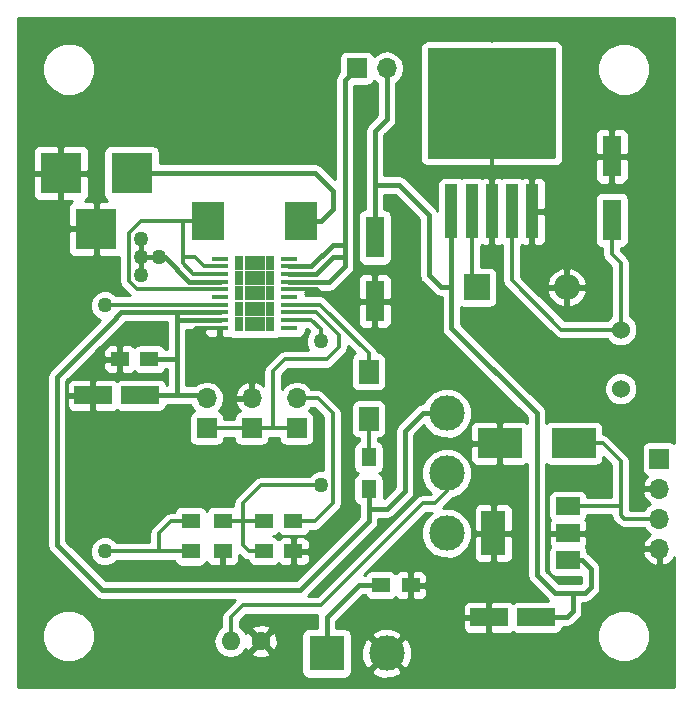
<source format=gbr>
G04 #@! TF.FileFunction,Copper,L1,Top,Signal*
%FSLAX46Y46*%
G04 Gerber Fmt 4.6, Leading zero omitted, Abs format (unit mm)*
G04 Created by KiCad (PCBNEW 4.0.7) date 10/02/18 03:43:02*
%MOMM*%
%LPD*%
G01*
G04 APERTURE LIST*
%ADD10C,0.100000*%
%ADD11R,3.500000X3.500000*%
%ADD12R,1.700000X1.700000*%
%ADD13O,1.700000X1.700000*%
%ADD14R,2.200000X2.200000*%
%ADD15O,2.200000X2.200000*%
%ADD16R,1.600000X3.500000*%
%ADD17C,1.524000*%
%ADD18R,3.200000X1.500000*%
%ADD19R,1.500000X1.250000*%
%ADD20R,3.750000X2.500000*%
%ADD21R,1.700000X2.000000*%
%ADD22R,1.500000X1.300000*%
%ADD23R,1.300000X1.500000*%
%ADD24C,1.600000*%
%ADD25O,1.600000X1.600000*%
%ADD26R,0.800000X1.300000*%
%ADD27R,1.800000X1.300000*%
%ADD28R,1.450000X0.450000*%
%ADD29R,2.000000X3.800000*%
%ADD30R,2.000000X1.500000*%
%ADD31R,1.100000X4.600000*%
%ADD32R,10.800000X9.400000*%
%ADD33R,5.250000X4.550000*%
%ADD34R,2.700000X3.200000*%
%ADD35R,3.000000X3.000000*%
%ADD36C,3.000000*%
%ADD37C,1.270000*%
%ADD38C,0.300000*%
%ADD39C,0.400000*%
%ADD40C,0.254000*%
G04 APERTURE END LIST*
D10*
D11*
X100330000Y-83820000D03*
X94330000Y-83820000D03*
X97330000Y-88520000D03*
D12*
X114300000Y-105410000D03*
D13*
X114300000Y-102870000D03*
D14*
X129540000Y-93472000D03*
D15*
X137160000Y-93472000D03*
D16*
X120904000Y-89248000D03*
X120904000Y-94648000D03*
D17*
X141732000Y-102068000D03*
X141732000Y-97068000D03*
D18*
X101060000Y-102616000D03*
X97060000Y-102616000D03*
D19*
X101834000Y-99568000D03*
X99334000Y-99568000D03*
X111526000Y-115824000D03*
X114026000Y-115824000D03*
X121450000Y-118700000D03*
X123950000Y-118700000D03*
D18*
X134588000Y-121412000D03*
X130588000Y-121412000D03*
D20*
X137745000Y-106680000D03*
X131495000Y-106680000D03*
D16*
X140970000Y-87790000D03*
X140970000Y-82390000D03*
D21*
X120396000Y-100616000D03*
X120396000Y-104616000D03*
D12*
X145000000Y-108000000D03*
D13*
X145000000Y-110540000D03*
X145000000Y-113080000D03*
X145000000Y-115620000D03*
D22*
X108030000Y-113284000D03*
X105330000Y-113284000D03*
X105330000Y-115824000D03*
X108030000Y-115824000D03*
D23*
X120396000Y-110570000D03*
X120396000Y-107870000D03*
D24*
X111252000Y-123444000D03*
D25*
X108712000Y-123444000D03*
D26*
X112044000Y-91380000D03*
D27*
X110744000Y-96580000D03*
X110744000Y-95280000D03*
X110744000Y-91380000D03*
X110744000Y-92680000D03*
D28*
X107794000Y-91060000D03*
X107794000Y-91710000D03*
X107794000Y-92360000D03*
X107794000Y-93010000D03*
X107794000Y-93650000D03*
X107794000Y-94310000D03*
X107794000Y-94950000D03*
X107794000Y-95600000D03*
X107794000Y-96250000D03*
X107794000Y-96900000D03*
X113694000Y-96900000D03*
X113694000Y-96250000D03*
X113694000Y-95600000D03*
X113694000Y-94950000D03*
X113694000Y-94310000D03*
X113694000Y-93650000D03*
X113694000Y-93010000D03*
X113694000Y-92360000D03*
X113694000Y-91710000D03*
X113694000Y-91060000D03*
D27*
X110744000Y-93980000D03*
D26*
X109444000Y-91380000D03*
X109444000Y-92680000D03*
X109444000Y-93980000D03*
X109444000Y-95280000D03*
X109444000Y-96580000D03*
X112044000Y-96580000D03*
X112044000Y-95280000D03*
X112044000Y-93980000D03*
X112044000Y-92680000D03*
D29*
X130962000Y-114300000D03*
D30*
X137262000Y-114300000D03*
X137262000Y-112000000D03*
X137262000Y-116600000D03*
D31*
X127410000Y-87055000D03*
X129110000Y-87055000D03*
X130810000Y-87055000D03*
X132510000Y-87055000D03*
X134210000Y-87055000D03*
D32*
X130810000Y-77905000D03*
D33*
X133585000Y-75480000D03*
X128035000Y-80330000D03*
X128035000Y-75480000D03*
X133585000Y-80330000D03*
D19*
X114026000Y-113284000D03*
X111526000Y-113284000D03*
D12*
X106680000Y-105410000D03*
D13*
X106680000Y-102870000D03*
D12*
X110490000Y-105410000D03*
D13*
X110490000Y-102870000D03*
D34*
X106794000Y-87884000D03*
X114694000Y-87884000D03*
D35*
X116840000Y-124460000D03*
D36*
X121920000Y-124460000D03*
D12*
X119380000Y-74930000D03*
D13*
X121920000Y-74930000D03*
D36*
X127000000Y-104140000D03*
X127000000Y-114300000D03*
X127000000Y-109220000D03*
D37*
X101092000Y-90932000D03*
X102616000Y-90932000D03*
X101092000Y-89408000D03*
X101092000Y-92456000D03*
X98044000Y-94996000D03*
X98044000Y-115824000D03*
X116332000Y-110236000D03*
X116332000Y-98044000D03*
D38*
X107794000Y-96900000D02*
X105792000Y-96900000D01*
X110490000Y-100838000D02*
X110490000Y-102870000D01*
X109728000Y-100076000D02*
X110490000Y-100838000D01*
X106172000Y-100076000D02*
X109728000Y-100076000D01*
X105156000Y-99060000D02*
X106172000Y-100076000D01*
X105156000Y-97536000D02*
X105156000Y-99060000D01*
X105792000Y-96900000D02*
X105156000Y-97536000D01*
X120396000Y-97536000D02*
X120904000Y-97028000D01*
X120904000Y-94648000D02*
X120904000Y-97028000D01*
X116002000Y-93650000D02*
X113694000Y-93650000D01*
X119888000Y-97536000D02*
X116002000Y-93650000D01*
X120396000Y-97536000D02*
X119888000Y-97536000D01*
X130810000Y-77905000D02*
X130810000Y-87055000D01*
D39*
X118364000Y-89916000D02*
X118364000Y-75946000D01*
X118364000Y-75946000D02*
X119380000Y-74930000D01*
X113694000Y-91710000D02*
X115554000Y-91710000D01*
X117348000Y-89916000D02*
X118364000Y-89916000D01*
X115554000Y-91710000D02*
X117348000Y-89916000D01*
X113694000Y-92360000D02*
X115920000Y-92360000D01*
X117348000Y-90932000D02*
X118364000Y-90932000D01*
X115920000Y-92360000D02*
X117348000Y-90932000D01*
X113694000Y-93010000D02*
X117064000Y-93010000D01*
X118364000Y-91440000D02*
X118364000Y-90932000D01*
X118364000Y-91710000D02*
X118364000Y-91440000D01*
X117064000Y-93010000D02*
X118364000Y-91710000D01*
X118364000Y-90424000D02*
X118364000Y-89916000D01*
X118364000Y-90932000D02*
X118364000Y-90424000D01*
X116840000Y-124460000D02*
X116840000Y-121412000D01*
X119552000Y-118700000D02*
X121450000Y-118700000D01*
X116840000Y-121412000D02*
X119552000Y-118700000D01*
X116840000Y-124460000D02*
X116840000Y-123444000D01*
X113717000Y-92337000D02*
X113694000Y-92360000D01*
X103632000Y-102616000D02*
X106426000Y-102616000D01*
X106426000Y-102616000D02*
X106680000Y-102870000D01*
X103124000Y-90932000D02*
X105202000Y-93010000D01*
X102616000Y-90932000D02*
X103124000Y-90932000D01*
X114554000Y-119126000D02*
X115316000Y-118364000D01*
X115316000Y-118364000D02*
X119380000Y-114300000D01*
X101092000Y-90932000D02*
X101092000Y-89408000D01*
X101092000Y-92456000D02*
X101092000Y-90932000D01*
X101092000Y-92456000D02*
X101092000Y-91948000D01*
X101092000Y-91948000D02*
X101092000Y-90932000D01*
X101092000Y-89408000D02*
X101092000Y-90932000D01*
X102616000Y-90932000D02*
X101092000Y-90932000D01*
X105202000Y-93010000D02*
X107794000Y-93010000D01*
X100330000Y-83820000D02*
X115824000Y-83820000D01*
X115824000Y-83820000D02*
X117348000Y-85344000D01*
X117348000Y-85344000D02*
X117348000Y-86868000D01*
X117348000Y-86868000D02*
X116332000Y-87884000D01*
X116332000Y-87884000D02*
X114694000Y-87884000D01*
X104140000Y-102616000D02*
X103632000Y-102616000D01*
X103632000Y-102616000D02*
X101060000Y-102616000D01*
X104140000Y-102616000D02*
X104140000Y-99568000D01*
X115824000Y-87884000D02*
X114186000Y-87884000D01*
X120396000Y-112268000D02*
X121920000Y-112268000D01*
X119380000Y-114300000D02*
X120396000Y-113284000D01*
X120396000Y-113284000D02*
X120396000Y-112776000D01*
X120396000Y-112776000D02*
X120396000Y-112268000D01*
X120396000Y-112268000D02*
X120396000Y-110570000D01*
X121920000Y-112268000D02*
X123444000Y-110744000D01*
X124968000Y-104140000D02*
X127000000Y-104140000D01*
X123444000Y-105664000D02*
X124968000Y-104140000D01*
X123444000Y-110744000D02*
X123444000Y-105664000D01*
X97790000Y-119126000D02*
X114554000Y-119126000D01*
X93980000Y-101092000D02*
X93980000Y-101600000D01*
X97790000Y-119126000D02*
X93980000Y-115316000D01*
X93980000Y-115316000D02*
X93980000Y-101600000D01*
X104140000Y-95600000D02*
X102616000Y-95600000D01*
X98552000Y-96520000D02*
X99472000Y-95600000D01*
X99472000Y-95600000D02*
X102616000Y-95600000D01*
X98552000Y-96520000D02*
X93980000Y-101092000D01*
X100584000Y-83820000D02*
X100330000Y-83820000D01*
X101834000Y-99568000D02*
X104140000Y-99568000D01*
X107794000Y-96250000D02*
X104140000Y-96250000D01*
X104140000Y-96250000D02*
X104140000Y-96520000D01*
X104140000Y-95600000D02*
X104140000Y-96520000D01*
X104140000Y-96520000D02*
X104140000Y-99568000D01*
X104140000Y-95600000D02*
X107794000Y-95600000D01*
D38*
X141224000Y-112000000D02*
X141732000Y-112000000D01*
X141732000Y-112000000D02*
X141732000Y-111760000D01*
X141732000Y-111760000D02*
X141732000Y-112776000D01*
X141732000Y-112776000D02*
X142036000Y-113080000D01*
X142036000Y-113080000D02*
X145000000Y-113080000D01*
X137745000Y-106680000D02*
X140208000Y-106680000D01*
X141224000Y-112000000D02*
X137262000Y-112000000D01*
X141732000Y-108204000D02*
X141732000Y-111760000D01*
X140208000Y-106680000D02*
X141732000Y-108204000D01*
X132510000Y-87055000D02*
X132510000Y-92886000D01*
X136692000Y-97068000D02*
X141732000Y-97068000D01*
X132510000Y-92886000D02*
X136692000Y-97068000D01*
X141732000Y-97068000D02*
X141732000Y-91440000D01*
X140970000Y-90678000D02*
X140970000Y-87790000D01*
X141732000Y-91440000D02*
X140970000Y-90678000D01*
X120396000Y-100616000D02*
X120396000Y-99060000D01*
X116286000Y-94950000D02*
X113694000Y-94950000D01*
X120396000Y-99060000D02*
X116286000Y-94950000D01*
X113740000Y-94996000D02*
X113694000Y-94950000D01*
X120396000Y-107870000D02*
X120396000Y-104616000D01*
X129110000Y-87055000D02*
X129110000Y-93042000D01*
X129110000Y-93042000D02*
X129540000Y-93472000D01*
X107794000Y-91710000D02*
X106442000Y-91710000D01*
X105664000Y-90932000D02*
X104648000Y-90932000D01*
X106442000Y-91710000D02*
X105664000Y-90932000D01*
X106172000Y-92360000D02*
X105568000Y-92360000D01*
X105568000Y-92360000D02*
X104648000Y-91440000D01*
X104648000Y-91440000D02*
X104648000Y-90932000D01*
X104648000Y-90932000D02*
X104648000Y-90424000D01*
X100076000Y-89408000D02*
X100076000Y-88900000D01*
X104648000Y-87884000D02*
X104648000Y-87884000D01*
X101092000Y-87884000D02*
X104648000Y-87884000D01*
X100076000Y-88900000D02*
X101092000Y-87884000D01*
X100762000Y-93650000D02*
X107794000Y-93650000D01*
X100076000Y-92964000D02*
X100762000Y-93650000D01*
X100076000Y-89408000D02*
X100076000Y-92964000D01*
X104648000Y-90424000D02*
X104648000Y-87884000D01*
X104648000Y-87884000D02*
X106286000Y-87884000D01*
X106172000Y-92360000D02*
X106680000Y-92360000D01*
X106270000Y-92360000D02*
X106172000Y-92360000D01*
X106680000Y-92360000D02*
X107794000Y-92360000D01*
X106172000Y-93650000D02*
X107794000Y-93650000D01*
X106270000Y-93650000D02*
X106172000Y-93650000D01*
X98090000Y-94950000D02*
X98044000Y-94996000D01*
X107794000Y-94950000D02*
X98090000Y-94950000D01*
X102616000Y-115824000D02*
X98044000Y-115824000D01*
X105330000Y-113284000D02*
X103632000Y-113284000D01*
X102616000Y-115824000D02*
X105330000Y-115824000D01*
X102616000Y-114300000D02*
X102616000Y-115824000D01*
X103632000Y-113284000D02*
X102616000Y-114300000D01*
X108712000Y-123444000D02*
X108712000Y-121412000D01*
X127000000Y-110744000D02*
X127000000Y-109220000D01*
X125984000Y-111760000D02*
X127000000Y-110744000D01*
X124968000Y-111760000D02*
X125984000Y-111760000D01*
X116332000Y-120396000D02*
X124968000Y-111760000D01*
X109728000Y-120396000D02*
X116332000Y-120396000D01*
X108712000Y-121412000D02*
X109728000Y-120396000D01*
X108712000Y-123444000D02*
X108712000Y-122936000D01*
X113694000Y-96250000D02*
X115554000Y-96250000D01*
X109728000Y-111760000D02*
X109728000Y-113284000D01*
X111252000Y-110236000D02*
X109728000Y-111760000D01*
X116332000Y-110236000D02*
X111252000Y-110236000D01*
X116332000Y-97028000D02*
X116332000Y-98044000D01*
X115554000Y-96250000D02*
X116332000Y-97028000D01*
X109728000Y-113284000D02*
X109728000Y-115316000D01*
X110236000Y-115824000D02*
X111526000Y-115824000D01*
X109728000Y-115316000D02*
X110236000Y-115824000D01*
X108030000Y-113284000D02*
X109728000Y-113284000D01*
X109728000Y-113284000D02*
X111526000Y-113284000D01*
X114300000Y-102870000D02*
X116078000Y-102870000D01*
X115824000Y-113284000D02*
X114026000Y-113284000D01*
X117348000Y-111760000D02*
X115824000Y-113284000D01*
X117348000Y-104140000D02*
X117348000Y-111760000D01*
X116078000Y-102870000D02*
X117348000Y-104140000D01*
X112268000Y-105410000D02*
X112268000Y-104648000D01*
X114300000Y-105410000D02*
X112268000Y-105410000D01*
X112268000Y-105410000D02*
X110490000Y-105410000D01*
X106680000Y-105410000D02*
X110490000Y-105410000D01*
X115920000Y-95600000D02*
X113694000Y-95600000D01*
X112268000Y-104648000D02*
X112268000Y-100584000D01*
X112268000Y-100584000D02*
X113284000Y-99568000D01*
X113284000Y-99568000D02*
X116840000Y-99568000D01*
X116840000Y-99568000D02*
X117856000Y-98552000D01*
X117856000Y-98552000D02*
X117856000Y-97536000D01*
X117856000Y-97536000D02*
X115920000Y-95600000D01*
D39*
X134588000Y-121412000D02*
X137160000Y-121412000D01*
X137160000Y-121412000D02*
X137668000Y-120904000D01*
X137668000Y-120904000D02*
X137668000Y-119380000D01*
X137668000Y-119380000D02*
X138684000Y-119380000D01*
X138444000Y-116600000D02*
X137262000Y-116600000D01*
X139192000Y-117348000D02*
X138444000Y-116600000D01*
X139192000Y-118872000D02*
X139192000Y-117348000D01*
X138684000Y-119380000D02*
X139192000Y-118872000D01*
X134620000Y-117856000D02*
X136144000Y-119380000D01*
X136144000Y-119380000D02*
X137668000Y-119380000D01*
X127410000Y-93472000D02*
X127410000Y-96930000D01*
X127410000Y-96930000D02*
X134620000Y-104140000D01*
X134620000Y-104140000D02*
X134620000Y-117856000D01*
X127410000Y-93472000D02*
X127410000Y-87055000D01*
X120904000Y-84836000D02*
X122936000Y-84836000D01*
X126492000Y-93472000D02*
X127410000Y-93472000D01*
X125476000Y-92456000D02*
X126492000Y-93472000D01*
X125476000Y-87376000D02*
X125476000Y-92456000D01*
X122936000Y-84836000D02*
X125476000Y-87376000D01*
X121920000Y-74930000D02*
X121920000Y-79248000D01*
X120904000Y-80264000D02*
X120904000Y-84836000D01*
X120904000Y-84836000D02*
X120904000Y-89248000D01*
X121920000Y-79248000D02*
X120904000Y-80264000D01*
D38*
X137668000Y-119380000D02*
X137668000Y-120904000D01*
X137668000Y-120904000D02*
X137160000Y-121412000D01*
X127410000Y-96930000D02*
X134620000Y-104140000D01*
X134620000Y-104140000D02*
X134620000Y-117856000D01*
X136144000Y-119380000D02*
X137668000Y-119380000D01*
X137530000Y-116332000D02*
X137262000Y-116600000D01*
D39*
X127508000Y-87153000D02*
X127410000Y-87055000D01*
D40*
G36*
X146290000Y-106682099D02*
X146101890Y-106553569D01*
X145850000Y-106502560D01*
X144150000Y-106502560D01*
X143914683Y-106546838D01*
X143698559Y-106685910D01*
X143553569Y-106898110D01*
X143502560Y-107150000D01*
X143502560Y-108850000D01*
X143546838Y-109085317D01*
X143685910Y-109301441D01*
X143898110Y-109446431D01*
X144006107Y-109468301D01*
X143728355Y-109773076D01*
X143558524Y-110183110D01*
X143679845Y-110413000D01*
X144873000Y-110413000D01*
X144873000Y-110393000D01*
X145127000Y-110393000D01*
X145127000Y-110413000D01*
X145147000Y-110413000D01*
X145147000Y-110667000D01*
X145127000Y-110667000D01*
X145127000Y-110687000D01*
X144873000Y-110687000D01*
X144873000Y-110667000D01*
X143679845Y-110667000D01*
X143558524Y-110896890D01*
X143728355Y-111306924D01*
X144118642Y-111735183D01*
X144261553Y-111802298D01*
X143920853Y-112029946D01*
X143743750Y-112295000D01*
X142517000Y-112295000D01*
X142517000Y-108204000D01*
X142457245Y-107903594D01*
X142287079Y-107648921D01*
X142287076Y-107648919D01*
X140763079Y-106124921D01*
X140508407Y-105954755D01*
X140267440Y-105906823D01*
X140267440Y-105430000D01*
X140223162Y-105194683D01*
X140084090Y-104978559D01*
X139871890Y-104833569D01*
X139620000Y-104782560D01*
X135870000Y-104782560D01*
X135634683Y-104826838D01*
X135455000Y-104942461D01*
X135455000Y-104140000D01*
X135419906Y-103963569D01*
X135391440Y-103820460D01*
X135210434Y-103549566D01*
X134005529Y-102344661D01*
X140334758Y-102344661D01*
X140546990Y-102858303D01*
X140939630Y-103251629D01*
X141452900Y-103464757D01*
X142008661Y-103465242D01*
X142522303Y-103253010D01*
X142915629Y-102860370D01*
X143128757Y-102347100D01*
X143129242Y-101791339D01*
X142917010Y-101277697D01*
X142524370Y-100884371D01*
X142011100Y-100671243D01*
X141455339Y-100670758D01*
X140941697Y-100882990D01*
X140548371Y-101275630D01*
X140335243Y-101788900D01*
X140334758Y-102344661D01*
X134005529Y-102344661D01*
X128245000Y-96584132D01*
X128245000Y-95179952D01*
X128440000Y-95219440D01*
X130640000Y-95219440D01*
X130875317Y-95175162D01*
X131091441Y-95036090D01*
X131236431Y-94823890D01*
X131287440Y-94572000D01*
X131287440Y-92372000D01*
X131243162Y-92136683D01*
X131104090Y-91920559D01*
X130891890Y-91775569D01*
X130640000Y-91724560D01*
X129895000Y-91724560D01*
X129895000Y-89958222D01*
X129895317Y-89958162D01*
X129958567Y-89917462D01*
X130133690Y-89990000D01*
X130524250Y-89990000D01*
X130683000Y-89831250D01*
X130683000Y-87182000D01*
X130663000Y-87182000D01*
X130663000Y-86928000D01*
X130683000Y-86928000D01*
X130683000Y-84278750D01*
X130937000Y-84278750D01*
X130937000Y-86928000D01*
X130957000Y-86928000D01*
X130957000Y-87182000D01*
X130937000Y-87182000D01*
X130937000Y-89831250D01*
X131095750Y-89990000D01*
X131486310Y-89990000D01*
X131659541Y-89918245D01*
X131708110Y-89951431D01*
X131725000Y-89954851D01*
X131725000Y-92886000D01*
X131784755Y-93186407D01*
X131954921Y-93441079D01*
X136136921Y-97623079D01*
X136391593Y-97793245D01*
X136692000Y-97853000D01*
X140544799Y-97853000D01*
X140546990Y-97858303D01*
X140939630Y-98251629D01*
X141452900Y-98464757D01*
X142008661Y-98465242D01*
X142522303Y-98253010D01*
X142915629Y-97860370D01*
X143128757Y-97347100D01*
X143129242Y-96791339D01*
X142917010Y-96277697D01*
X142524370Y-95884371D01*
X142517000Y-95881311D01*
X142517000Y-91440000D01*
X142457245Y-91139594D01*
X142287079Y-90884921D01*
X141755000Y-90352842D01*
X141755000Y-90187440D01*
X141770000Y-90187440D01*
X142005317Y-90143162D01*
X142221441Y-90004090D01*
X142366431Y-89791890D01*
X142417440Y-89540000D01*
X142417440Y-86040000D01*
X142373162Y-85804683D01*
X142234090Y-85588559D01*
X142021890Y-85443569D01*
X141770000Y-85392560D01*
X140170000Y-85392560D01*
X139934683Y-85436838D01*
X139718559Y-85575910D01*
X139573569Y-85788110D01*
X139522560Y-86040000D01*
X139522560Y-89540000D01*
X139566838Y-89775317D01*
X139705910Y-89991441D01*
X139918110Y-90136431D01*
X140170000Y-90187440D01*
X140185000Y-90187440D01*
X140185000Y-90678000D01*
X140244755Y-90978407D01*
X140414921Y-91233079D01*
X140947000Y-91765158D01*
X140947000Y-95880799D01*
X140941697Y-95882990D01*
X140548371Y-96275630D01*
X140545311Y-96283000D01*
X137017158Y-96283000D01*
X134602280Y-93868122D01*
X135470825Y-93868122D01*
X135685466Y-94386332D01*
X136147608Y-94881012D01*
X136763877Y-95161183D01*
X137033000Y-95043604D01*
X137033000Y-93599000D01*
X137287000Y-93599000D01*
X137287000Y-95043604D01*
X137556123Y-95161183D01*
X138172392Y-94881012D01*
X138634534Y-94386332D01*
X138849175Y-93868122D01*
X138731125Y-93599000D01*
X137287000Y-93599000D01*
X137033000Y-93599000D01*
X135588875Y-93599000D01*
X135470825Y-93868122D01*
X134602280Y-93868122D01*
X133810036Y-93075878D01*
X135470825Y-93075878D01*
X135588875Y-93345000D01*
X137033000Y-93345000D01*
X137033000Y-91900396D01*
X137287000Y-91900396D01*
X137287000Y-93345000D01*
X138731125Y-93345000D01*
X138849175Y-93075878D01*
X138634534Y-92557668D01*
X138172392Y-92062988D01*
X137556123Y-91782817D01*
X137287000Y-91900396D01*
X137033000Y-91900396D01*
X136763877Y-91782817D01*
X136147608Y-92062988D01*
X135685466Y-92557668D01*
X135470825Y-93075878D01*
X133810036Y-93075878D01*
X133295000Y-92560842D01*
X133295000Y-89958222D01*
X133295317Y-89958162D01*
X133358567Y-89917462D01*
X133533690Y-89990000D01*
X133924250Y-89990000D01*
X134083000Y-89831250D01*
X134083000Y-87182000D01*
X134337000Y-87182000D01*
X134337000Y-89831250D01*
X134495750Y-89990000D01*
X134886310Y-89990000D01*
X135119699Y-89893327D01*
X135298327Y-89714698D01*
X135395000Y-89481309D01*
X135395000Y-87340750D01*
X135236250Y-87182000D01*
X134337000Y-87182000D01*
X134083000Y-87182000D01*
X134063000Y-87182000D01*
X134063000Y-86928000D01*
X134083000Y-86928000D01*
X134083000Y-84278750D01*
X134337000Y-84278750D01*
X134337000Y-86928000D01*
X135236250Y-86928000D01*
X135395000Y-86769250D01*
X135395000Y-84628691D01*
X135298327Y-84395302D01*
X135119699Y-84216673D01*
X134886310Y-84120000D01*
X134495750Y-84120000D01*
X134337000Y-84278750D01*
X134083000Y-84278750D01*
X133924250Y-84120000D01*
X133533690Y-84120000D01*
X133360459Y-84191755D01*
X133311890Y-84158569D01*
X133060000Y-84107560D01*
X131960000Y-84107560D01*
X131724683Y-84151838D01*
X131661433Y-84192538D01*
X131486310Y-84120000D01*
X131095750Y-84120000D01*
X130937000Y-84278750D01*
X130683000Y-84278750D01*
X130524250Y-84120000D01*
X130133690Y-84120000D01*
X129960459Y-84191755D01*
X129911890Y-84158569D01*
X129660000Y-84107560D01*
X128560000Y-84107560D01*
X128324683Y-84151838D01*
X128261522Y-84192481D01*
X128211890Y-84158569D01*
X127960000Y-84107560D01*
X126860000Y-84107560D01*
X126624683Y-84151838D01*
X126408559Y-84290910D01*
X126263569Y-84503110D01*
X126212560Y-84755000D01*
X126212560Y-87004259D01*
X126066434Y-86785566D01*
X123526434Y-84245566D01*
X123255541Y-84064561D01*
X122936000Y-84001000D01*
X121739000Y-84001000D01*
X121739000Y-80609868D01*
X122510434Y-79838434D01*
X122620595Y-79673566D01*
X122691439Y-79567541D01*
X122755000Y-79248000D01*
X122755000Y-76152841D01*
X122970054Y-76009147D01*
X123291961Y-75527378D01*
X123405000Y-74959093D01*
X123405000Y-74900907D01*
X123291961Y-74332622D01*
X122970054Y-73850853D01*
X122488285Y-73528946D01*
X121920000Y-73415907D01*
X121351715Y-73528946D01*
X120869946Y-73850853D01*
X120842150Y-73892452D01*
X120833162Y-73844683D01*
X120694090Y-73628559D01*
X120481890Y-73483569D01*
X120230000Y-73432560D01*
X118530000Y-73432560D01*
X118294683Y-73476838D01*
X118078559Y-73615910D01*
X117933569Y-73828110D01*
X117882560Y-74080000D01*
X117882560Y-75246572D01*
X117773566Y-75355566D01*
X117592561Y-75626459D01*
X117529000Y-75946000D01*
X117529000Y-84344132D01*
X116414434Y-83229566D01*
X116285368Y-83143327D01*
X116143541Y-83048561D01*
X115824000Y-82985000D01*
X102727440Y-82985000D01*
X102727440Y-82070000D01*
X102683162Y-81834683D01*
X102544090Y-81618559D01*
X102331890Y-81473569D01*
X102080000Y-81422560D01*
X98580000Y-81422560D01*
X98344683Y-81466838D01*
X98128559Y-81605910D01*
X97983569Y-81818110D01*
X97932560Y-82070000D01*
X97932560Y-85570000D01*
X97976838Y-85805317D01*
X98115910Y-86021441D01*
X98282109Y-86135000D01*
X97615750Y-86135000D01*
X97457000Y-86293750D01*
X97457000Y-88393000D01*
X97477000Y-88393000D01*
X97477000Y-88647000D01*
X97457000Y-88647000D01*
X97457000Y-90746250D01*
X97615750Y-90905000D01*
X99206309Y-90905000D01*
X99291000Y-90869920D01*
X99291000Y-92964000D01*
X99350755Y-93264407D01*
X99520921Y-93519079D01*
X100166843Y-94165000D01*
X99008936Y-94165000D01*
X98764337Y-93919974D01*
X98297727Y-93726221D01*
X97792490Y-93725780D01*
X97325542Y-93918718D01*
X96967974Y-94275663D01*
X96774221Y-94742273D01*
X96773780Y-95247510D01*
X96966718Y-95714458D01*
X97323663Y-96072026D01*
X97673741Y-96217391D01*
X93389566Y-100501566D01*
X93208561Y-100772459D01*
X93145000Y-101092000D01*
X93145000Y-115316000D01*
X93208561Y-115635541D01*
X93337533Y-115828561D01*
X93389566Y-115906434D01*
X97199566Y-119716434D01*
X97470460Y-119897440D01*
X97790000Y-119961000D01*
X109052842Y-119961000D01*
X108156921Y-120856921D01*
X107986755Y-121111593D01*
X107986755Y-121111594D01*
X107927000Y-121412000D01*
X107927000Y-122257038D01*
X107669189Y-122429302D01*
X107358120Y-122894849D01*
X107248887Y-123444000D01*
X107358120Y-123993151D01*
X107669189Y-124458698D01*
X108134736Y-124769767D01*
X108683887Y-124879000D01*
X108740113Y-124879000D01*
X109289264Y-124769767D01*
X109754811Y-124458698D01*
X109759456Y-124451745D01*
X110423861Y-124451745D01*
X110497995Y-124697864D01*
X111035223Y-124890965D01*
X111605454Y-124863778D01*
X112006005Y-124697864D01*
X112080139Y-124451745D01*
X111252000Y-123623605D01*
X110423861Y-124451745D01*
X109759456Y-124451745D01*
X109971679Y-124134132D01*
X109998136Y-124198005D01*
X110244255Y-124272139D01*
X111072395Y-123444000D01*
X111431605Y-123444000D01*
X112259745Y-124272139D01*
X112505864Y-124198005D01*
X112698965Y-123660777D01*
X112671778Y-123090546D01*
X112505864Y-122689995D01*
X112259745Y-122615861D01*
X111431605Y-123444000D01*
X111072395Y-123444000D01*
X110244255Y-122615861D01*
X109998136Y-122689995D01*
X109973954Y-122757272D01*
X109759457Y-122436255D01*
X110423861Y-122436255D01*
X111252000Y-123264395D01*
X112080139Y-122436255D01*
X112006005Y-122190136D01*
X111468777Y-121997035D01*
X110898546Y-122024222D01*
X110497995Y-122190136D01*
X110423861Y-122436255D01*
X109759457Y-122436255D01*
X109754811Y-122429302D01*
X109497000Y-122257038D01*
X109497000Y-121737158D01*
X110053158Y-121181000D01*
X116050949Y-121181000D01*
X116005000Y-121412000D01*
X116005000Y-122312560D01*
X115340000Y-122312560D01*
X115104683Y-122356838D01*
X114888559Y-122495910D01*
X114743569Y-122708110D01*
X114692560Y-122960000D01*
X114692560Y-125960000D01*
X114736838Y-126195317D01*
X114875910Y-126411441D01*
X115088110Y-126556431D01*
X115340000Y-126607440D01*
X118340000Y-126607440D01*
X118575317Y-126563162D01*
X118791441Y-126424090D01*
X118936431Y-126211890D01*
X118984611Y-125973970D01*
X120585635Y-125973970D01*
X120745418Y-126292739D01*
X121536187Y-126602723D01*
X122385387Y-126586497D01*
X123094582Y-126292739D01*
X123254365Y-125973970D01*
X121920000Y-124639605D01*
X120585635Y-125973970D01*
X118984611Y-125973970D01*
X118987440Y-125960000D01*
X118987440Y-124076187D01*
X119777277Y-124076187D01*
X119793503Y-124925387D01*
X120087261Y-125634582D01*
X120406030Y-125794365D01*
X121740395Y-124460000D01*
X122099605Y-124460000D01*
X123433970Y-125794365D01*
X123752739Y-125634582D01*
X124062723Y-124843813D01*
X124046497Y-123994613D01*
X123817854Y-123442619D01*
X139764613Y-123442619D01*
X140104155Y-124264372D01*
X140732321Y-124893636D01*
X141553481Y-125234611D01*
X142442619Y-125235387D01*
X143264372Y-124895845D01*
X143893636Y-124267679D01*
X144234611Y-123446519D01*
X144235387Y-122557381D01*
X143895845Y-121735628D01*
X143267679Y-121106364D01*
X142446519Y-120765389D01*
X141557381Y-120764613D01*
X140735628Y-121104155D01*
X140106364Y-121732321D01*
X139765389Y-122553481D01*
X139764613Y-123442619D01*
X123817854Y-123442619D01*
X123752739Y-123285418D01*
X123433970Y-123125635D01*
X122099605Y-124460000D01*
X121740395Y-124460000D01*
X120406030Y-123125635D01*
X120087261Y-123285418D01*
X119777277Y-124076187D01*
X118987440Y-124076187D01*
X118987440Y-122960000D01*
X118984812Y-122946030D01*
X120585635Y-122946030D01*
X121920000Y-124280395D01*
X123254365Y-122946030D01*
X123094582Y-122627261D01*
X122303813Y-122317277D01*
X121454613Y-122333503D01*
X120745418Y-122627261D01*
X120585635Y-122946030D01*
X118984812Y-122946030D01*
X118943162Y-122724683D01*
X118804090Y-122508559D01*
X118591890Y-122363569D01*
X118340000Y-122312560D01*
X117675000Y-122312560D01*
X117675000Y-121757868D01*
X117735118Y-121697750D01*
X128353000Y-121697750D01*
X128353000Y-122288310D01*
X128449673Y-122521699D01*
X128628302Y-122700327D01*
X128861691Y-122797000D01*
X130302250Y-122797000D01*
X130461000Y-122638250D01*
X130461000Y-121539000D01*
X128511750Y-121539000D01*
X128353000Y-121697750D01*
X117735118Y-121697750D01*
X118897178Y-120535690D01*
X128353000Y-120535690D01*
X128353000Y-121126250D01*
X128511750Y-121285000D01*
X130461000Y-121285000D01*
X130461000Y-120185750D01*
X130302250Y-120027000D01*
X128861691Y-120027000D01*
X128628302Y-120123673D01*
X128449673Y-120302301D01*
X128353000Y-120535690D01*
X118897178Y-120535690D01*
X119897868Y-119535000D01*
X120092074Y-119535000D01*
X120096838Y-119560317D01*
X120235910Y-119776441D01*
X120448110Y-119921431D01*
X120700000Y-119972440D01*
X122200000Y-119972440D01*
X122435317Y-119928162D01*
X122651441Y-119789090D01*
X122697969Y-119720994D01*
X122840302Y-119863327D01*
X123073691Y-119960000D01*
X123664250Y-119960000D01*
X123823000Y-119801250D01*
X123823000Y-118827000D01*
X124077000Y-118827000D01*
X124077000Y-119801250D01*
X124235750Y-119960000D01*
X124826309Y-119960000D01*
X125059698Y-119863327D01*
X125238327Y-119684699D01*
X125335000Y-119451310D01*
X125335000Y-118985750D01*
X125176250Y-118827000D01*
X124077000Y-118827000D01*
X123823000Y-118827000D01*
X123803000Y-118827000D01*
X123803000Y-118573000D01*
X123823000Y-118573000D01*
X123823000Y-117598750D01*
X124077000Y-117598750D01*
X124077000Y-118573000D01*
X125176250Y-118573000D01*
X125335000Y-118414250D01*
X125335000Y-117948690D01*
X125238327Y-117715301D01*
X125059698Y-117536673D01*
X124826309Y-117440000D01*
X124235750Y-117440000D01*
X124077000Y-117598750D01*
X123823000Y-117598750D01*
X123664250Y-117440000D01*
X123073691Y-117440000D01*
X122840302Y-117536673D01*
X122699064Y-117677910D01*
X122664090Y-117623559D01*
X122451890Y-117478569D01*
X122200000Y-117427560D01*
X120700000Y-117427560D01*
X120464683Y-117471838D01*
X120248559Y-117610910D01*
X120103569Y-117823110D01*
X120095086Y-117865000D01*
X119973158Y-117865000D01*
X125293158Y-112545000D01*
X125736082Y-112545000D01*
X125191091Y-113089041D01*
X124865372Y-113873459D01*
X124864630Y-114722815D01*
X125188980Y-115507800D01*
X125789041Y-116108909D01*
X126573459Y-116434628D01*
X127422815Y-116435370D01*
X128207800Y-116111020D01*
X128808909Y-115510959D01*
X129134628Y-114726541D01*
X129134750Y-114585750D01*
X129327000Y-114585750D01*
X129327000Y-116326310D01*
X129423673Y-116559699D01*
X129602302Y-116738327D01*
X129835691Y-116835000D01*
X130676250Y-116835000D01*
X130835000Y-116676250D01*
X130835000Y-114427000D01*
X131089000Y-114427000D01*
X131089000Y-116676250D01*
X131247750Y-116835000D01*
X132088309Y-116835000D01*
X132321698Y-116738327D01*
X132500327Y-116559699D01*
X132597000Y-116326310D01*
X132597000Y-114585750D01*
X132438250Y-114427000D01*
X131089000Y-114427000D01*
X130835000Y-114427000D01*
X129485750Y-114427000D01*
X129327000Y-114585750D01*
X129134750Y-114585750D01*
X129135370Y-113877185D01*
X128811020Y-113092200D01*
X128210959Y-112491091D01*
X127687400Y-112273690D01*
X129327000Y-112273690D01*
X129327000Y-114014250D01*
X129485750Y-114173000D01*
X130835000Y-114173000D01*
X130835000Y-111923750D01*
X131089000Y-111923750D01*
X131089000Y-114173000D01*
X132438250Y-114173000D01*
X132597000Y-114014250D01*
X132597000Y-112273690D01*
X132500327Y-112040301D01*
X132321698Y-111861673D01*
X132088309Y-111765000D01*
X131247750Y-111765000D01*
X131089000Y-111923750D01*
X130835000Y-111923750D01*
X130676250Y-111765000D01*
X129835691Y-111765000D01*
X129602302Y-111861673D01*
X129423673Y-112040301D01*
X129327000Y-112273690D01*
X127687400Y-112273690D01*
X127426541Y-112165372D01*
X126689430Y-112164728D01*
X127552283Y-111301875D01*
X128207800Y-111031020D01*
X128808909Y-110430959D01*
X129134628Y-109646541D01*
X129135370Y-108797185D01*
X128811020Y-108012200D01*
X128210959Y-107411091D01*
X127426541Y-107085372D01*
X126577185Y-107084630D01*
X125792200Y-107408980D01*
X125191091Y-108009041D01*
X124865372Y-108793459D01*
X124864630Y-109642815D01*
X125188980Y-110427800D01*
X125697067Y-110936775D01*
X125658842Y-110975000D01*
X124968000Y-110975000D01*
X124667593Y-111034755D01*
X124412921Y-111204921D01*
X116006842Y-119611000D01*
X115249868Y-119611000D01*
X120986434Y-113874434D01*
X121010057Y-113839079D01*
X121167439Y-113603541D01*
X121231000Y-113284000D01*
X121231000Y-113103000D01*
X121920000Y-113103000D01*
X122239541Y-113039439D01*
X122510434Y-112858434D01*
X124034434Y-111334434D01*
X124048567Y-111313282D01*
X124215439Y-111063541D01*
X124279000Y-110744000D01*
X124279000Y-106965750D01*
X128985000Y-106965750D01*
X128985000Y-108056310D01*
X129081673Y-108289699D01*
X129260302Y-108468327D01*
X129493691Y-108565000D01*
X131209250Y-108565000D01*
X131368000Y-108406250D01*
X131368000Y-106807000D01*
X129143750Y-106807000D01*
X128985000Y-106965750D01*
X124279000Y-106965750D01*
X124279000Y-106009868D01*
X125116495Y-105172373D01*
X125188980Y-105347800D01*
X125789041Y-105948909D01*
X126573459Y-106274628D01*
X127422815Y-106275370D01*
X128207800Y-105951020D01*
X128808909Y-105350959D01*
X128828536Y-105303690D01*
X128985000Y-105303690D01*
X128985000Y-106394250D01*
X129143750Y-106553000D01*
X131368000Y-106553000D01*
X131368000Y-104953750D01*
X131209250Y-104795000D01*
X129493691Y-104795000D01*
X129260302Y-104891673D01*
X129081673Y-105070301D01*
X128985000Y-105303690D01*
X128828536Y-105303690D01*
X129134628Y-104566541D01*
X129135370Y-103717185D01*
X128811020Y-102932200D01*
X128210959Y-102331091D01*
X127426541Y-102005372D01*
X126577185Y-102004630D01*
X125792200Y-102328980D01*
X125191091Y-102929041D01*
X125034979Y-103305000D01*
X124968000Y-103305000D01*
X124648459Y-103368561D01*
X124504492Y-103464757D01*
X124377566Y-103549566D01*
X122853566Y-105073566D01*
X122672561Y-105344459D01*
X122609000Y-105664000D01*
X122609000Y-110398132D01*
X121693440Y-111313692D01*
X121693440Y-109820000D01*
X121649162Y-109584683D01*
X121510090Y-109368559D01*
X121297890Y-109223569D01*
X121284803Y-109220919D01*
X121497441Y-109084090D01*
X121642431Y-108871890D01*
X121693440Y-108620000D01*
X121693440Y-107120000D01*
X121649162Y-106884683D01*
X121510090Y-106668559D01*
X121297890Y-106523569D01*
X121181000Y-106499898D01*
X121181000Y-106263440D01*
X121246000Y-106263440D01*
X121481317Y-106219162D01*
X121697441Y-106080090D01*
X121842431Y-105867890D01*
X121893440Y-105616000D01*
X121893440Y-103616000D01*
X121849162Y-103380683D01*
X121710090Y-103164559D01*
X121497890Y-103019569D01*
X121246000Y-102968560D01*
X119546000Y-102968560D01*
X119310683Y-103012838D01*
X119094559Y-103151910D01*
X118949569Y-103364110D01*
X118898560Y-103616000D01*
X118898560Y-105616000D01*
X118942838Y-105851317D01*
X119081910Y-106067441D01*
X119294110Y-106212431D01*
X119546000Y-106263440D01*
X119611000Y-106263440D01*
X119611000Y-106497962D01*
X119510683Y-106516838D01*
X119294559Y-106655910D01*
X119149569Y-106868110D01*
X119098560Y-107120000D01*
X119098560Y-108620000D01*
X119142838Y-108855317D01*
X119281910Y-109071441D01*
X119494110Y-109216431D01*
X119507197Y-109219081D01*
X119294559Y-109355910D01*
X119149569Y-109568110D01*
X119098560Y-109820000D01*
X119098560Y-111320000D01*
X119142838Y-111555317D01*
X119281910Y-111771441D01*
X119494110Y-111916431D01*
X119561000Y-111929977D01*
X119561000Y-112938132D01*
X114208132Y-118291000D01*
X98135868Y-118291000D01*
X94815000Y-114970132D01*
X94815000Y-102901750D01*
X94825000Y-102901750D01*
X94825000Y-103492310D01*
X94921673Y-103725699D01*
X95100302Y-103904327D01*
X95333691Y-104001000D01*
X96774250Y-104001000D01*
X96933000Y-103842250D01*
X96933000Y-102743000D01*
X94983750Y-102743000D01*
X94825000Y-102901750D01*
X94815000Y-102901750D01*
X94815000Y-101739690D01*
X94825000Y-101739690D01*
X94825000Y-102330250D01*
X94983750Y-102489000D01*
X96933000Y-102489000D01*
X96933000Y-101389750D01*
X96774250Y-101231000D01*
X95333691Y-101231000D01*
X95100302Y-101327673D01*
X94921673Y-101506301D01*
X94825000Y-101739690D01*
X94815000Y-101739690D01*
X94815000Y-101437868D01*
X96399118Y-99853750D01*
X97949000Y-99853750D01*
X97949000Y-100319310D01*
X98045673Y-100552699D01*
X98224302Y-100731327D01*
X98457691Y-100828000D01*
X99048250Y-100828000D01*
X99207000Y-100669250D01*
X99207000Y-99695000D01*
X98107750Y-99695000D01*
X97949000Y-99853750D01*
X96399118Y-99853750D01*
X97436178Y-98816690D01*
X97949000Y-98816690D01*
X97949000Y-99282250D01*
X98107750Y-99441000D01*
X99207000Y-99441000D01*
X99207000Y-98466750D01*
X99048250Y-98308000D01*
X98457691Y-98308000D01*
X98224302Y-98404673D01*
X98045673Y-98583301D01*
X97949000Y-98816690D01*
X97436178Y-98816690D01*
X99817868Y-96435000D01*
X103305000Y-96435000D01*
X103305000Y-98733000D01*
X103191926Y-98733000D01*
X103187162Y-98707683D01*
X103048090Y-98491559D01*
X102835890Y-98346569D01*
X102584000Y-98295560D01*
X101084000Y-98295560D01*
X100848683Y-98339838D01*
X100632559Y-98478910D01*
X100586031Y-98547006D01*
X100443698Y-98404673D01*
X100210309Y-98308000D01*
X99619750Y-98308000D01*
X99461000Y-98466750D01*
X99461000Y-99441000D01*
X99481000Y-99441000D01*
X99481000Y-99695000D01*
X99461000Y-99695000D01*
X99461000Y-100669250D01*
X99619750Y-100828000D01*
X100210309Y-100828000D01*
X100443698Y-100731327D01*
X100584936Y-100590090D01*
X100619910Y-100644441D01*
X100832110Y-100789431D01*
X101084000Y-100840440D01*
X102584000Y-100840440D01*
X102819317Y-100796162D01*
X103035441Y-100657090D01*
X103180431Y-100444890D01*
X103188914Y-100403000D01*
X103305000Y-100403000D01*
X103305000Y-101781000D01*
X103291446Y-101781000D01*
X103263162Y-101630683D01*
X103124090Y-101414559D01*
X102911890Y-101269569D01*
X102660000Y-101218560D01*
X99460000Y-101218560D01*
X99224683Y-101262838D01*
X99060507Y-101368482D01*
X99019698Y-101327673D01*
X98786309Y-101231000D01*
X97345750Y-101231000D01*
X97187000Y-101389750D01*
X97187000Y-102489000D01*
X97207000Y-102489000D01*
X97207000Y-102743000D01*
X97187000Y-102743000D01*
X97187000Y-103842250D01*
X97345750Y-104001000D01*
X98786309Y-104001000D01*
X99019698Y-103904327D01*
X99061660Y-103862366D01*
X99208110Y-103962431D01*
X99460000Y-104013440D01*
X102660000Y-104013440D01*
X102895317Y-103969162D01*
X103111441Y-103830090D01*
X103256431Y-103617890D01*
X103290227Y-103451000D01*
X105287442Y-103451000D01*
X105600853Y-103920054D01*
X105642452Y-103947850D01*
X105594683Y-103956838D01*
X105378559Y-104095910D01*
X105233569Y-104308110D01*
X105182560Y-104560000D01*
X105182560Y-106260000D01*
X105226838Y-106495317D01*
X105365910Y-106711441D01*
X105578110Y-106856431D01*
X105830000Y-106907440D01*
X107530000Y-106907440D01*
X107765317Y-106863162D01*
X107981441Y-106724090D01*
X108126431Y-106511890D01*
X108177440Y-106260000D01*
X108177440Y-106195000D01*
X108992560Y-106195000D01*
X108992560Y-106260000D01*
X109036838Y-106495317D01*
X109175910Y-106711441D01*
X109388110Y-106856431D01*
X109640000Y-106907440D01*
X111340000Y-106907440D01*
X111575317Y-106863162D01*
X111791441Y-106724090D01*
X111936431Y-106511890D01*
X111987440Y-106260000D01*
X111987440Y-106195000D01*
X112802560Y-106195000D01*
X112802560Y-106260000D01*
X112846838Y-106495317D01*
X112985910Y-106711441D01*
X113198110Y-106856431D01*
X113450000Y-106907440D01*
X115150000Y-106907440D01*
X115385317Y-106863162D01*
X115601441Y-106724090D01*
X115746431Y-106511890D01*
X115797440Y-106260000D01*
X115797440Y-104560000D01*
X115753162Y-104324683D01*
X115614090Y-104108559D01*
X115401890Y-103963569D01*
X115334459Y-103949914D01*
X115379147Y-103920054D01*
X115556250Y-103655000D01*
X115752842Y-103655000D01*
X116563000Y-104465158D01*
X116563000Y-108966201D01*
X116080490Y-108965780D01*
X115613542Y-109158718D01*
X115320750Y-109451000D01*
X111252000Y-109451000D01*
X110951594Y-109510755D01*
X110696921Y-109680921D01*
X110696919Y-109680924D01*
X109172921Y-111204921D01*
X109002755Y-111459593D01*
X108988949Y-111529000D01*
X108943000Y-111760000D01*
X108943000Y-112019568D01*
X108780000Y-111986560D01*
X107280000Y-111986560D01*
X107044683Y-112030838D01*
X106828559Y-112169910D01*
X106683569Y-112382110D01*
X106680919Y-112395197D01*
X106544090Y-112182559D01*
X106331890Y-112037569D01*
X106080000Y-111986560D01*
X104580000Y-111986560D01*
X104344683Y-112030838D01*
X104128559Y-112169910D01*
X103983569Y-112382110D01*
X103959898Y-112499000D01*
X103632000Y-112499000D01*
X103331593Y-112558755D01*
X103076921Y-112728921D01*
X102060921Y-113744921D01*
X101890755Y-113999593D01*
X101858671Y-114160890D01*
X101831000Y-114300000D01*
X101831000Y-115039000D01*
X99054856Y-115039000D01*
X98764337Y-114747974D01*
X98297727Y-114554221D01*
X97792490Y-114553780D01*
X97325542Y-114746718D01*
X96967974Y-115103663D01*
X96774221Y-115570273D01*
X96773780Y-116075510D01*
X96966718Y-116542458D01*
X97323663Y-116900026D01*
X97790273Y-117093779D01*
X98295510Y-117094220D01*
X98762458Y-116901282D01*
X99055250Y-116609000D01*
X103957962Y-116609000D01*
X103976838Y-116709317D01*
X104115910Y-116925441D01*
X104328110Y-117070431D01*
X104580000Y-117121440D01*
X106080000Y-117121440D01*
X106315317Y-117077162D01*
X106531441Y-116938090D01*
X106676431Y-116725890D01*
X106683191Y-116692510D01*
X106741673Y-116833699D01*
X106920302Y-117012327D01*
X107153691Y-117109000D01*
X107744250Y-117109000D01*
X107903000Y-116950250D01*
X107903000Y-115951000D01*
X107883000Y-115951000D01*
X107883000Y-115697000D01*
X107903000Y-115697000D01*
X107903000Y-115677000D01*
X108157000Y-115677000D01*
X108157000Y-115697000D01*
X108177000Y-115697000D01*
X108177000Y-115951000D01*
X108157000Y-115951000D01*
X108157000Y-116950250D01*
X108315750Y-117109000D01*
X108906309Y-117109000D01*
X109139698Y-117012327D01*
X109318327Y-116833699D01*
X109415000Y-116600310D01*
X109415000Y-116113158D01*
X109680919Y-116379076D01*
X109680921Y-116379079D01*
X109935594Y-116549245D01*
X110155659Y-116593019D01*
X110172838Y-116684317D01*
X110311910Y-116900441D01*
X110524110Y-117045431D01*
X110776000Y-117096440D01*
X112276000Y-117096440D01*
X112511317Y-117052162D01*
X112727441Y-116913090D01*
X112773969Y-116844994D01*
X112916302Y-116987327D01*
X113149691Y-117084000D01*
X113740250Y-117084000D01*
X113899000Y-116925250D01*
X113899000Y-115951000D01*
X114153000Y-115951000D01*
X114153000Y-116925250D01*
X114311750Y-117084000D01*
X114902309Y-117084000D01*
X115135698Y-116987327D01*
X115314327Y-116808699D01*
X115411000Y-116575310D01*
X115411000Y-116109750D01*
X115252250Y-115951000D01*
X114153000Y-115951000D01*
X113899000Y-115951000D01*
X113879000Y-115951000D01*
X113879000Y-115697000D01*
X113899000Y-115697000D01*
X113899000Y-114722750D01*
X114153000Y-114722750D01*
X114153000Y-115697000D01*
X115252250Y-115697000D01*
X115411000Y-115538250D01*
X115411000Y-115072690D01*
X115314327Y-114839301D01*
X115135698Y-114660673D01*
X114902309Y-114564000D01*
X114311750Y-114564000D01*
X114153000Y-114722750D01*
X113899000Y-114722750D01*
X113740250Y-114564000D01*
X113149691Y-114564000D01*
X112916302Y-114660673D01*
X112775064Y-114801910D01*
X112740090Y-114747559D01*
X112527890Y-114602569D01*
X112288491Y-114554090D01*
X112511317Y-114512162D01*
X112727441Y-114373090D01*
X112775134Y-114303289D01*
X112811910Y-114360441D01*
X113024110Y-114505431D01*
X113276000Y-114556440D01*
X114776000Y-114556440D01*
X115011317Y-114512162D01*
X115227441Y-114373090D01*
X115372431Y-114160890D01*
X115391039Y-114069000D01*
X115824000Y-114069000D01*
X116124407Y-114009245D01*
X116379079Y-113839079D01*
X117903076Y-112315081D01*
X117903079Y-112315079D01*
X118073245Y-112060406D01*
X118133000Y-111760000D01*
X118133000Y-104140000D01*
X118117270Y-104060921D01*
X118073245Y-103839593D01*
X117903079Y-103584921D01*
X116633079Y-102314921D01*
X116378407Y-102144755D01*
X116078000Y-102085000D01*
X115556250Y-102085000D01*
X115379147Y-101819946D01*
X114897378Y-101498039D01*
X114329093Y-101385000D01*
X114270907Y-101385000D01*
X113702622Y-101498039D01*
X113220853Y-101819946D01*
X113053000Y-102071156D01*
X113053000Y-100909158D01*
X113609158Y-100353000D01*
X116840000Y-100353000D01*
X117140407Y-100293245D01*
X117395079Y-100123079D01*
X118411079Y-99107079D01*
X118581245Y-98852407D01*
X118641000Y-98552000D01*
X118641000Y-98415158D01*
X119266872Y-99041030D01*
X119094559Y-99151910D01*
X118949569Y-99364110D01*
X118898560Y-99616000D01*
X118898560Y-101616000D01*
X118942838Y-101851317D01*
X119081910Y-102067441D01*
X119294110Y-102212431D01*
X119546000Y-102263440D01*
X121246000Y-102263440D01*
X121481317Y-102219162D01*
X121697441Y-102080090D01*
X121842431Y-101867890D01*
X121893440Y-101616000D01*
X121893440Y-99616000D01*
X121849162Y-99380683D01*
X121710090Y-99164559D01*
X121497890Y-99019569D01*
X121246000Y-98968560D01*
X121162811Y-98968560D01*
X121121245Y-98759594D01*
X120951079Y-98504921D01*
X117379908Y-94933750D01*
X119469000Y-94933750D01*
X119469000Y-96524309D01*
X119565673Y-96757698D01*
X119744301Y-96936327D01*
X119977690Y-97033000D01*
X120618250Y-97033000D01*
X120777000Y-96874250D01*
X120777000Y-94775000D01*
X121031000Y-94775000D01*
X121031000Y-96874250D01*
X121189750Y-97033000D01*
X121830310Y-97033000D01*
X122063699Y-96936327D01*
X122242327Y-96757698D01*
X122339000Y-96524309D01*
X122339000Y-94933750D01*
X122180250Y-94775000D01*
X121031000Y-94775000D01*
X120777000Y-94775000D01*
X119627750Y-94775000D01*
X119469000Y-94933750D01*
X117379908Y-94933750D01*
X116841079Y-94394921D01*
X116586407Y-94224755D01*
X116286000Y-94165000D01*
X115066440Y-94165000D01*
X115066440Y-94085000D01*
X115051726Y-94006801D01*
X115054000Y-94001310D01*
X115054000Y-93921250D01*
X115031370Y-93898620D01*
X115022162Y-93849683D01*
X115019149Y-93845000D01*
X117064000Y-93845000D01*
X117383541Y-93781439D01*
X117654434Y-93600434D01*
X118483177Y-92771691D01*
X119469000Y-92771691D01*
X119469000Y-94362250D01*
X119627750Y-94521000D01*
X120777000Y-94521000D01*
X120777000Y-92421750D01*
X121031000Y-92421750D01*
X121031000Y-94521000D01*
X122180250Y-94521000D01*
X122339000Y-94362250D01*
X122339000Y-92771691D01*
X122242327Y-92538302D01*
X122063699Y-92359673D01*
X121830310Y-92263000D01*
X121189750Y-92263000D01*
X121031000Y-92421750D01*
X120777000Y-92421750D01*
X120618250Y-92263000D01*
X119977690Y-92263000D01*
X119744301Y-92359673D01*
X119565673Y-92538302D01*
X119469000Y-92771691D01*
X118483177Y-92771691D01*
X118954434Y-92300434D01*
X119135440Y-92029540D01*
X119199000Y-91710000D01*
X119199000Y-76427440D01*
X120230000Y-76427440D01*
X120465317Y-76383162D01*
X120681441Y-76244090D01*
X120826431Y-76031890D01*
X120840086Y-75964459D01*
X120869946Y-76009147D01*
X121085000Y-76152841D01*
X121085000Y-78902132D01*
X120313566Y-79673566D01*
X120132561Y-79944459D01*
X120069000Y-80264000D01*
X120069000Y-86857146D01*
X119868683Y-86894838D01*
X119652559Y-87033910D01*
X119507569Y-87246110D01*
X119456560Y-87498000D01*
X119456560Y-90998000D01*
X119500838Y-91233317D01*
X119639910Y-91449441D01*
X119852110Y-91594431D01*
X120104000Y-91645440D01*
X121704000Y-91645440D01*
X121939317Y-91601162D01*
X122155441Y-91462090D01*
X122300431Y-91249890D01*
X122351440Y-90998000D01*
X122351440Y-87498000D01*
X122307162Y-87262683D01*
X122168090Y-87046559D01*
X121955890Y-86901569D01*
X121739000Y-86857648D01*
X121739000Y-85671000D01*
X122590132Y-85671000D01*
X124641000Y-87721868D01*
X124641000Y-92456000D01*
X124704561Y-92775541D01*
X124861222Y-93010000D01*
X124885566Y-93046434D01*
X125901566Y-94062434D01*
X126172459Y-94243439D01*
X126492000Y-94307000D01*
X126575000Y-94307000D01*
X126575000Y-96930000D01*
X126638561Y-97249541D01*
X126717984Y-97368406D01*
X126819566Y-97520434D01*
X133785000Y-104485868D01*
X133785000Y-104946975D01*
X133729698Y-104891673D01*
X133496309Y-104795000D01*
X131780750Y-104795000D01*
X131622000Y-104953750D01*
X131622000Y-106553000D01*
X131642000Y-106553000D01*
X131642000Y-106807000D01*
X131622000Y-106807000D01*
X131622000Y-108406250D01*
X131780750Y-108565000D01*
X133496309Y-108565000D01*
X133729698Y-108468327D01*
X133785000Y-108413025D01*
X133785000Y-117856000D01*
X133848561Y-118175541D01*
X133985483Y-118380459D01*
X134029566Y-118446434D01*
X135553566Y-119970434D01*
X135619605Y-120014560D01*
X132988000Y-120014560D01*
X132752683Y-120058838D01*
X132588507Y-120164482D01*
X132547698Y-120123673D01*
X132314309Y-120027000D01*
X130873750Y-120027000D01*
X130715000Y-120185750D01*
X130715000Y-121285000D01*
X130735000Y-121285000D01*
X130735000Y-121539000D01*
X130715000Y-121539000D01*
X130715000Y-122638250D01*
X130873750Y-122797000D01*
X132314309Y-122797000D01*
X132547698Y-122700327D01*
X132589660Y-122658366D01*
X132736110Y-122758431D01*
X132988000Y-122809440D01*
X136188000Y-122809440D01*
X136423317Y-122765162D01*
X136639441Y-122626090D01*
X136784431Y-122413890D01*
X136818227Y-122247000D01*
X137160000Y-122247000D01*
X137479541Y-122183439D01*
X137750434Y-122002434D01*
X138258434Y-121494435D01*
X138398373Y-121285000D01*
X138439439Y-121223541D01*
X138503000Y-120904000D01*
X138503000Y-120215000D01*
X138684000Y-120215000D01*
X139003541Y-120151439D01*
X139274434Y-119970434D01*
X139782434Y-119462435D01*
X139872937Y-119326987D01*
X139963439Y-119191541D01*
X140027000Y-118872000D01*
X140027000Y-117348000D01*
X139995658Y-117190434D01*
X139963440Y-117028460D01*
X139782434Y-116757566D01*
X139034434Y-116009566D01*
X138985531Y-115976890D01*
X143558524Y-115976890D01*
X143728355Y-116386924D01*
X144118642Y-116815183D01*
X144643108Y-117061486D01*
X144873000Y-116940819D01*
X144873000Y-115747000D01*
X143679845Y-115747000D01*
X143558524Y-115976890D01*
X138985531Y-115976890D01*
X138909440Y-115926048D01*
X138909440Y-115850000D01*
X138865162Y-115614683D01*
X138759518Y-115450508D01*
X138800327Y-115409699D01*
X138897000Y-115176310D01*
X138897000Y-114585750D01*
X138738250Y-114427000D01*
X137389000Y-114427000D01*
X137389000Y-114447000D01*
X137135000Y-114447000D01*
X137135000Y-114427000D01*
X135785750Y-114427000D01*
X135627000Y-114585750D01*
X135627000Y-115176310D01*
X135723673Y-115409699D01*
X135765634Y-115451660D01*
X135665569Y-115598110D01*
X135614560Y-115850000D01*
X135614560Y-117350000D01*
X135658838Y-117585317D01*
X135797910Y-117801441D01*
X136010110Y-117946431D01*
X136262000Y-117997440D01*
X138262000Y-117997440D01*
X138357000Y-117979564D01*
X138357000Y-118526131D01*
X138338132Y-118545000D01*
X136489868Y-118545000D01*
X135455000Y-117510132D01*
X135455000Y-108414983D01*
X135618110Y-108526431D01*
X135870000Y-108577440D01*
X139620000Y-108577440D01*
X139855317Y-108533162D01*
X140071441Y-108394090D01*
X140216431Y-108181890D01*
X140267440Y-107930000D01*
X140267440Y-107849598D01*
X140947000Y-108529157D01*
X140947000Y-111215000D01*
X138902854Y-111215000D01*
X138865162Y-111014683D01*
X138726090Y-110798559D01*
X138513890Y-110653569D01*
X138262000Y-110602560D01*
X136262000Y-110602560D01*
X136026683Y-110646838D01*
X135810559Y-110785910D01*
X135665569Y-110998110D01*
X135614560Y-111250000D01*
X135614560Y-112750000D01*
X135658838Y-112985317D01*
X135764482Y-113149492D01*
X135723673Y-113190301D01*
X135627000Y-113423690D01*
X135627000Y-114014250D01*
X135785750Y-114173000D01*
X137135000Y-114173000D01*
X137135000Y-114153000D01*
X137389000Y-114153000D01*
X137389000Y-114173000D01*
X138738250Y-114173000D01*
X138897000Y-114014250D01*
X138897000Y-113423690D01*
X138800327Y-113190301D01*
X138758366Y-113148340D01*
X138858431Y-113001890D01*
X138902352Y-112785000D01*
X140948790Y-112785000D01*
X141006755Y-113076407D01*
X141176921Y-113331079D01*
X141480921Y-113635079D01*
X141735594Y-113805245D01*
X142036000Y-113865000D01*
X143743750Y-113865000D01*
X143920853Y-114130054D01*
X144261553Y-114357702D01*
X144118642Y-114424817D01*
X143728355Y-114853076D01*
X143558524Y-115263110D01*
X143679845Y-115493000D01*
X144873000Y-115493000D01*
X144873000Y-115473000D01*
X145127000Y-115473000D01*
X145127000Y-115493000D01*
X145147000Y-115493000D01*
X145147000Y-115747000D01*
X145127000Y-115747000D01*
X145127000Y-116940819D01*
X145356892Y-117061486D01*
X145881358Y-116815183D01*
X146271645Y-116386924D01*
X146290000Y-116342608D01*
X146290000Y-127290000D01*
X90710000Y-127290000D01*
X90710000Y-123442619D01*
X92764613Y-123442619D01*
X93104155Y-124264372D01*
X93732321Y-124893636D01*
X94553481Y-125234611D01*
X95442619Y-125235387D01*
X96264372Y-124895845D01*
X96893636Y-124267679D01*
X97234611Y-123446519D01*
X97235387Y-122557381D01*
X96895845Y-121735628D01*
X96267679Y-121106364D01*
X95446519Y-120765389D01*
X94557381Y-120764613D01*
X93735628Y-121104155D01*
X93106364Y-121732321D01*
X92765389Y-122553481D01*
X92764613Y-123442619D01*
X90710000Y-123442619D01*
X90710000Y-88805750D01*
X94945000Y-88805750D01*
X94945000Y-90396310D01*
X95041673Y-90629699D01*
X95220302Y-90808327D01*
X95453691Y-90905000D01*
X97044250Y-90905000D01*
X97203000Y-90746250D01*
X97203000Y-88647000D01*
X95103750Y-88647000D01*
X94945000Y-88805750D01*
X90710000Y-88805750D01*
X90710000Y-84105750D01*
X91945000Y-84105750D01*
X91945000Y-85696310D01*
X92041673Y-85929699D01*
X92220302Y-86108327D01*
X92453691Y-86205000D01*
X94044250Y-86205000D01*
X94203000Y-86046250D01*
X94203000Y-83947000D01*
X94457000Y-83947000D01*
X94457000Y-86046250D01*
X94615750Y-86205000D01*
X95284696Y-86205000D01*
X95220302Y-86231673D01*
X95041673Y-86410301D01*
X94945000Y-86643690D01*
X94945000Y-88234250D01*
X95103750Y-88393000D01*
X97203000Y-88393000D01*
X97203000Y-86293750D01*
X97044250Y-86135000D01*
X96375304Y-86135000D01*
X96439698Y-86108327D01*
X96618327Y-85929699D01*
X96715000Y-85696310D01*
X96715000Y-84105750D01*
X96556250Y-83947000D01*
X94457000Y-83947000D01*
X94203000Y-83947000D01*
X92103750Y-83947000D01*
X91945000Y-84105750D01*
X90710000Y-84105750D01*
X90710000Y-81943690D01*
X91945000Y-81943690D01*
X91945000Y-83534250D01*
X92103750Y-83693000D01*
X94203000Y-83693000D01*
X94203000Y-81593750D01*
X94457000Y-81593750D01*
X94457000Y-83693000D01*
X96556250Y-83693000D01*
X96715000Y-83534250D01*
X96715000Y-81943690D01*
X96618327Y-81710301D01*
X96439698Y-81531673D01*
X96206309Y-81435000D01*
X94615750Y-81435000D01*
X94457000Y-81593750D01*
X94203000Y-81593750D01*
X94044250Y-81435000D01*
X92453691Y-81435000D01*
X92220302Y-81531673D01*
X92041673Y-81710301D01*
X91945000Y-81943690D01*
X90710000Y-81943690D01*
X90710000Y-75442619D01*
X92764613Y-75442619D01*
X93104155Y-76264372D01*
X93732321Y-76893636D01*
X94553481Y-77234611D01*
X95442619Y-77235387D01*
X96264372Y-76895845D01*
X96893636Y-76267679D01*
X97234611Y-75446519D01*
X97235387Y-74557381D01*
X96895845Y-73735628D01*
X96267679Y-73106364D01*
X96201035Y-73078691D01*
X124775000Y-73078691D01*
X124775000Y-77881309D01*
X124784813Y-77905000D01*
X124775000Y-77928691D01*
X124775000Y-82731309D01*
X124871673Y-82964698D01*
X125050301Y-83143327D01*
X125283690Y-83240000D01*
X130786310Y-83240000D01*
X130810000Y-83230187D01*
X130833690Y-83240000D01*
X136336310Y-83240000D01*
X136569699Y-83143327D01*
X136748327Y-82964698D01*
X136845000Y-82731309D01*
X136845000Y-82675750D01*
X139535000Y-82675750D01*
X139535000Y-84266309D01*
X139631673Y-84499698D01*
X139810301Y-84678327D01*
X140043690Y-84775000D01*
X140684250Y-84775000D01*
X140843000Y-84616250D01*
X140843000Y-82517000D01*
X141097000Y-82517000D01*
X141097000Y-84616250D01*
X141255750Y-84775000D01*
X141896310Y-84775000D01*
X142129699Y-84678327D01*
X142308327Y-84499698D01*
X142405000Y-84266309D01*
X142405000Y-82675750D01*
X142246250Y-82517000D01*
X141097000Y-82517000D01*
X140843000Y-82517000D01*
X139693750Y-82517000D01*
X139535000Y-82675750D01*
X136845000Y-82675750D01*
X136845000Y-80513691D01*
X139535000Y-80513691D01*
X139535000Y-82104250D01*
X139693750Y-82263000D01*
X140843000Y-82263000D01*
X140843000Y-80163750D01*
X141097000Y-80163750D01*
X141097000Y-82263000D01*
X142246250Y-82263000D01*
X142405000Y-82104250D01*
X142405000Y-80513691D01*
X142308327Y-80280302D01*
X142129699Y-80101673D01*
X141896310Y-80005000D01*
X141255750Y-80005000D01*
X141097000Y-80163750D01*
X140843000Y-80163750D01*
X140684250Y-80005000D01*
X140043690Y-80005000D01*
X139810301Y-80101673D01*
X139631673Y-80280302D01*
X139535000Y-80513691D01*
X136845000Y-80513691D01*
X136845000Y-77928691D01*
X136835187Y-77905000D01*
X136845000Y-77881309D01*
X136845000Y-75442619D01*
X139764613Y-75442619D01*
X140104155Y-76264372D01*
X140732321Y-76893636D01*
X141553481Y-77234611D01*
X142442619Y-77235387D01*
X143264372Y-76895845D01*
X143893636Y-76267679D01*
X144234611Y-75446519D01*
X144235387Y-74557381D01*
X143895845Y-73735628D01*
X143267679Y-73106364D01*
X142446519Y-72765389D01*
X141557381Y-72764613D01*
X140735628Y-73104155D01*
X140106364Y-73732321D01*
X139765389Y-74553481D01*
X139764613Y-75442619D01*
X136845000Y-75442619D01*
X136845000Y-73078691D01*
X136748327Y-72845302D01*
X136569699Y-72666673D01*
X136336310Y-72570000D01*
X130833690Y-72570000D01*
X130810000Y-72579813D01*
X130786310Y-72570000D01*
X125283690Y-72570000D01*
X125050301Y-72666673D01*
X124871673Y-72845302D01*
X124775000Y-73078691D01*
X96201035Y-73078691D01*
X95446519Y-72765389D01*
X94557381Y-72764613D01*
X93735628Y-73104155D01*
X93106364Y-73732321D01*
X92765389Y-74553481D01*
X92764613Y-75442619D01*
X90710000Y-75442619D01*
X90710000Y-70710000D01*
X146290000Y-70710000D01*
X146290000Y-106682099D01*
X146290000Y-106682099D01*
G37*
X146290000Y-106682099D02*
X146101890Y-106553569D01*
X145850000Y-106502560D01*
X144150000Y-106502560D01*
X143914683Y-106546838D01*
X143698559Y-106685910D01*
X143553569Y-106898110D01*
X143502560Y-107150000D01*
X143502560Y-108850000D01*
X143546838Y-109085317D01*
X143685910Y-109301441D01*
X143898110Y-109446431D01*
X144006107Y-109468301D01*
X143728355Y-109773076D01*
X143558524Y-110183110D01*
X143679845Y-110413000D01*
X144873000Y-110413000D01*
X144873000Y-110393000D01*
X145127000Y-110393000D01*
X145127000Y-110413000D01*
X145147000Y-110413000D01*
X145147000Y-110667000D01*
X145127000Y-110667000D01*
X145127000Y-110687000D01*
X144873000Y-110687000D01*
X144873000Y-110667000D01*
X143679845Y-110667000D01*
X143558524Y-110896890D01*
X143728355Y-111306924D01*
X144118642Y-111735183D01*
X144261553Y-111802298D01*
X143920853Y-112029946D01*
X143743750Y-112295000D01*
X142517000Y-112295000D01*
X142517000Y-108204000D01*
X142457245Y-107903594D01*
X142287079Y-107648921D01*
X142287076Y-107648919D01*
X140763079Y-106124921D01*
X140508407Y-105954755D01*
X140267440Y-105906823D01*
X140267440Y-105430000D01*
X140223162Y-105194683D01*
X140084090Y-104978559D01*
X139871890Y-104833569D01*
X139620000Y-104782560D01*
X135870000Y-104782560D01*
X135634683Y-104826838D01*
X135455000Y-104942461D01*
X135455000Y-104140000D01*
X135419906Y-103963569D01*
X135391440Y-103820460D01*
X135210434Y-103549566D01*
X134005529Y-102344661D01*
X140334758Y-102344661D01*
X140546990Y-102858303D01*
X140939630Y-103251629D01*
X141452900Y-103464757D01*
X142008661Y-103465242D01*
X142522303Y-103253010D01*
X142915629Y-102860370D01*
X143128757Y-102347100D01*
X143129242Y-101791339D01*
X142917010Y-101277697D01*
X142524370Y-100884371D01*
X142011100Y-100671243D01*
X141455339Y-100670758D01*
X140941697Y-100882990D01*
X140548371Y-101275630D01*
X140335243Y-101788900D01*
X140334758Y-102344661D01*
X134005529Y-102344661D01*
X128245000Y-96584132D01*
X128245000Y-95179952D01*
X128440000Y-95219440D01*
X130640000Y-95219440D01*
X130875317Y-95175162D01*
X131091441Y-95036090D01*
X131236431Y-94823890D01*
X131287440Y-94572000D01*
X131287440Y-92372000D01*
X131243162Y-92136683D01*
X131104090Y-91920559D01*
X130891890Y-91775569D01*
X130640000Y-91724560D01*
X129895000Y-91724560D01*
X129895000Y-89958222D01*
X129895317Y-89958162D01*
X129958567Y-89917462D01*
X130133690Y-89990000D01*
X130524250Y-89990000D01*
X130683000Y-89831250D01*
X130683000Y-87182000D01*
X130663000Y-87182000D01*
X130663000Y-86928000D01*
X130683000Y-86928000D01*
X130683000Y-84278750D01*
X130937000Y-84278750D01*
X130937000Y-86928000D01*
X130957000Y-86928000D01*
X130957000Y-87182000D01*
X130937000Y-87182000D01*
X130937000Y-89831250D01*
X131095750Y-89990000D01*
X131486310Y-89990000D01*
X131659541Y-89918245D01*
X131708110Y-89951431D01*
X131725000Y-89954851D01*
X131725000Y-92886000D01*
X131784755Y-93186407D01*
X131954921Y-93441079D01*
X136136921Y-97623079D01*
X136391593Y-97793245D01*
X136692000Y-97853000D01*
X140544799Y-97853000D01*
X140546990Y-97858303D01*
X140939630Y-98251629D01*
X141452900Y-98464757D01*
X142008661Y-98465242D01*
X142522303Y-98253010D01*
X142915629Y-97860370D01*
X143128757Y-97347100D01*
X143129242Y-96791339D01*
X142917010Y-96277697D01*
X142524370Y-95884371D01*
X142517000Y-95881311D01*
X142517000Y-91440000D01*
X142457245Y-91139594D01*
X142287079Y-90884921D01*
X141755000Y-90352842D01*
X141755000Y-90187440D01*
X141770000Y-90187440D01*
X142005317Y-90143162D01*
X142221441Y-90004090D01*
X142366431Y-89791890D01*
X142417440Y-89540000D01*
X142417440Y-86040000D01*
X142373162Y-85804683D01*
X142234090Y-85588559D01*
X142021890Y-85443569D01*
X141770000Y-85392560D01*
X140170000Y-85392560D01*
X139934683Y-85436838D01*
X139718559Y-85575910D01*
X139573569Y-85788110D01*
X139522560Y-86040000D01*
X139522560Y-89540000D01*
X139566838Y-89775317D01*
X139705910Y-89991441D01*
X139918110Y-90136431D01*
X140170000Y-90187440D01*
X140185000Y-90187440D01*
X140185000Y-90678000D01*
X140244755Y-90978407D01*
X140414921Y-91233079D01*
X140947000Y-91765158D01*
X140947000Y-95880799D01*
X140941697Y-95882990D01*
X140548371Y-96275630D01*
X140545311Y-96283000D01*
X137017158Y-96283000D01*
X134602280Y-93868122D01*
X135470825Y-93868122D01*
X135685466Y-94386332D01*
X136147608Y-94881012D01*
X136763877Y-95161183D01*
X137033000Y-95043604D01*
X137033000Y-93599000D01*
X137287000Y-93599000D01*
X137287000Y-95043604D01*
X137556123Y-95161183D01*
X138172392Y-94881012D01*
X138634534Y-94386332D01*
X138849175Y-93868122D01*
X138731125Y-93599000D01*
X137287000Y-93599000D01*
X137033000Y-93599000D01*
X135588875Y-93599000D01*
X135470825Y-93868122D01*
X134602280Y-93868122D01*
X133810036Y-93075878D01*
X135470825Y-93075878D01*
X135588875Y-93345000D01*
X137033000Y-93345000D01*
X137033000Y-91900396D01*
X137287000Y-91900396D01*
X137287000Y-93345000D01*
X138731125Y-93345000D01*
X138849175Y-93075878D01*
X138634534Y-92557668D01*
X138172392Y-92062988D01*
X137556123Y-91782817D01*
X137287000Y-91900396D01*
X137033000Y-91900396D01*
X136763877Y-91782817D01*
X136147608Y-92062988D01*
X135685466Y-92557668D01*
X135470825Y-93075878D01*
X133810036Y-93075878D01*
X133295000Y-92560842D01*
X133295000Y-89958222D01*
X133295317Y-89958162D01*
X133358567Y-89917462D01*
X133533690Y-89990000D01*
X133924250Y-89990000D01*
X134083000Y-89831250D01*
X134083000Y-87182000D01*
X134337000Y-87182000D01*
X134337000Y-89831250D01*
X134495750Y-89990000D01*
X134886310Y-89990000D01*
X135119699Y-89893327D01*
X135298327Y-89714698D01*
X135395000Y-89481309D01*
X135395000Y-87340750D01*
X135236250Y-87182000D01*
X134337000Y-87182000D01*
X134083000Y-87182000D01*
X134063000Y-87182000D01*
X134063000Y-86928000D01*
X134083000Y-86928000D01*
X134083000Y-84278750D01*
X134337000Y-84278750D01*
X134337000Y-86928000D01*
X135236250Y-86928000D01*
X135395000Y-86769250D01*
X135395000Y-84628691D01*
X135298327Y-84395302D01*
X135119699Y-84216673D01*
X134886310Y-84120000D01*
X134495750Y-84120000D01*
X134337000Y-84278750D01*
X134083000Y-84278750D01*
X133924250Y-84120000D01*
X133533690Y-84120000D01*
X133360459Y-84191755D01*
X133311890Y-84158569D01*
X133060000Y-84107560D01*
X131960000Y-84107560D01*
X131724683Y-84151838D01*
X131661433Y-84192538D01*
X131486310Y-84120000D01*
X131095750Y-84120000D01*
X130937000Y-84278750D01*
X130683000Y-84278750D01*
X130524250Y-84120000D01*
X130133690Y-84120000D01*
X129960459Y-84191755D01*
X129911890Y-84158569D01*
X129660000Y-84107560D01*
X128560000Y-84107560D01*
X128324683Y-84151838D01*
X128261522Y-84192481D01*
X128211890Y-84158569D01*
X127960000Y-84107560D01*
X126860000Y-84107560D01*
X126624683Y-84151838D01*
X126408559Y-84290910D01*
X126263569Y-84503110D01*
X126212560Y-84755000D01*
X126212560Y-87004259D01*
X126066434Y-86785566D01*
X123526434Y-84245566D01*
X123255541Y-84064561D01*
X122936000Y-84001000D01*
X121739000Y-84001000D01*
X121739000Y-80609868D01*
X122510434Y-79838434D01*
X122620595Y-79673566D01*
X122691439Y-79567541D01*
X122755000Y-79248000D01*
X122755000Y-76152841D01*
X122970054Y-76009147D01*
X123291961Y-75527378D01*
X123405000Y-74959093D01*
X123405000Y-74900907D01*
X123291961Y-74332622D01*
X122970054Y-73850853D01*
X122488285Y-73528946D01*
X121920000Y-73415907D01*
X121351715Y-73528946D01*
X120869946Y-73850853D01*
X120842150Y-73892452D01*
X120833162Y-73844683D01*
X120694090Y-73628559D01*
X120481890Y-73483569D01*
X120230000Y-73432560D01*
X118530000Y-73432560D01*
X118294683Y-73476838D01*
X118078559Y-73615910D01*
X117933569Y-73828110D01*
X117882560Y-74080000D01*
X117882560Y-75246572D01*
X117773566Y-75355566D01*
X117592561Y-75626459D01*
X117529000Y-75946000D01*
X117529000Y-84344132D01*
X116414434Y-83229566D01*
X116285368Y-83143327D01*
X116143541Y-83048561D01*
X115824000Y-82985000D01*
X102727440Y-82985000D01*
X102727440Y-82070000D01*
X102683162Y-81834683D01*
X102544090Y-81618559D01*
X102331890Y-81473569D01*
X102080000Y-81422560D01*
X98580000Y-81422560D01*
X98344683Y-81466838D01*
X98128559Y-81605910D01*
X97983569Y-81818110D01*
X97932560Y-82070000D01*
X97932560Y-85570000D01*
X97976838Y-85805317D01*
X98115910Y-86021441D01*
X98282109Y-86135000D01*
X97615750Y-86135000D01*
X97457000Y-86293750D01*
X97457000Y-88393000D01*
X97477000Y-88393000D01*
X97477000Y-88647000D01*
X97457000Y-88647000D01*
X97457000Y-90746250D01*
X97615750Y-90905000D01*
X99206309Y-90905000D01*
X99291000Y-90869920D01*
X99291000Y-92964000D01*
X99350755Y-93264407D01*
X99520921Y-93519079D01*
X100166843Y-94165000D01*
X99008936Y-94165000D01*
X98764337Y-93919974D01*
X98297727Y-93726221D01*
X97792490Y-93725780D01*
X97325542Y-93918718D01*
X96967974Y-94275663D01*
X96774221Y-94742273D01*
X96773780Y-95247510D01*
X96966718Y-95714458D01*
X97323663Y-96072026D01*
X97673741Y-96217391D01*
X93389566Y-100501566D01*
X93208561Y-100772459D01*
X93145000Y-101092000D01*
X93145000Y-115316000D01*
X93208561Y-115635541D01*
X93337533Y-115828561D01*
X93389566Y-115906434D01*
X97199566Y-119716434D01*
X97470460Y-119897440D01*
X97790000Y-119961000D01*
X109052842Y-119961000D01*
X108156921Y-120856921D01*
X107986755Y-121111593D01*
X107986755Y-121111594D01*
X107927000Y-121412000D01*
X107927000Y-122257038D01*
X107669189Y-122429302D01*
X107358120Y-122894849D01*
X107248887Y-123444000D01*
X107358120Y-123993151D01*
X107669189Y-124458698D01*
X108134736Y-124769767D01*
X108683887Y-124879000D01*
X108740113Y-124879000D01*
X109289264Y-124769767D01*
X109754811Y-124458698D01*
X109759456Y-124451745D01*
X110423861Y-124451745D01*
X110497995Y-124697864D01*
X111035223Y-124890965D01*
X111605454Y-124863778D01*
X112006005Y-124697864D01*
X112080139Y-124451745D01*
X111252000Y-123623605D01*
X110423861Y-124451745D01*
X109759456Y-124451745D01*
X109971679Y-124134132D01*
X109998136Y-124198005D01*
X110244255Y-124272139D01*
X111072395Y-123444000D01*
X111431605Y-123444000D01*
X112259745Y-124272139D01*
X112505864Y-124198005D01*
X112698965Y-123660777D01*
X112671778Y-123090546D01*
X112505864Y-122689995D01*
X112259745Y-122615861D01*
X111431605Y-123444000D01*
X111072395Y-123444000D01*
X110244255Y-122615861D01*
X109998136Y-122689995D01*
X109973954Y-122757272D01*
X109759457Y-122436255D01*
X110423861Y-122436255D01*
X111252000Y-123264395D01*
X112080139Y-122436255D01*
X112006005Y-122190136D01*
X111468777Y-121997035D01*
X110898546Y-122024222D01*
X110497995Y-122190136D01*
X110423861Y-122436255D01*
X109759457Y-122436255D01*
X109754811Y-122429302D01*
X109497000Y-122257038D01*
X109497000Y-121737158D01*
X110053158Y-121181000D01*
X116050949Y-121181000D01*
X116005000Y-121412000D01*
X116005000Y-122312560D01*
X115340000Y-122312560D01*
X115104683Y-122356838D01*
X114888559Y-122495910D01*
X114743569Y-122708110D01*
X114692560Y-122960000D01*
X114692560Y-125960000D01*
X114736838Y-126195317D01*
X114875910Y-126411441D01*
X115088110Y-126556431D01*
X115340000Y-126607440D01*
X118340000Y-126607440D01*
X118575317Y-126563162D01*
X118791441Y-126424090D01*
X118936431Y-126211890D01*
X118984611Y-125973970D01*
X120585635Y-125973970D01*
X120745418Y-126292739D01*
X121536187Y-126602723D01*
X122385387Y-126586497D01*
X123094582Y-126292739D01*
X123254365Y-125973970D01*
X121920000Y-124639605D01*
X120585635Y-125973970D01*
X118984611Y-125973970D01*
X118987440Y-125960000D01*
X118987440Y-124076187D01*
X119777277Y-124076187D01*
X119793503Y-124925387D01*
X120087261Y-125634582D01*
X120406030Y-125794365D01*
X121740395Y-124460000D01*
X122099605Y-124460000D01*
X123433970Y-125794365D01*
X123752739Y-125634582D01*
X124062723Y-124843813D01*
X124046497Y-123994613D01*
X123817854Y-123442619D01*
X139764613Y-123442619D01*
X140104155Y-124264372D01*
X140732321Y-124893636D01*
X141553481Y-125234611D01*
X142442619Y-125235387D01*
X143264372Y-124895845D01*
X143893636Y-124267679D01*
X144234611Y-123446519D01*
X144235387Y-122557381D01*
X143895845Y-121735628D01*
X143267679Y-121106364D01*
X142446519Y-120765389D01*
X141557381Y-120764613D01*
X140735628Y-121104155D01*
X140106364Y-121732321D01*
X139765389Y-122553481D01*
X139764613Y-123442619D01*
X123817854Y-123442619D01*
X123752739Y-123285418D01*
X123433970Y-123125635D01*
X122099605Y-124460000D01*
X121740395Y-124460000D01*
X120406030Y-123125635D01*
X120087261Y-123285418D01*
X119777277Y-124076187D01*
X118987440Y-124076187D01*
X118987440Y-122960000D01*
X118984812Y-122946030D01*
X120585635Y-122946030D01*
X121920000Y-124280395D01*
X123254365Y-122946030D01*
X123094582Y-122627261D01*
X122303813Y-122317277D01*
X121454613Y-122333503D01*
X120745418Y-122627261D01*
X120585635Y-122946030D01*
X118984812Y-122946030D01*
X118943162Y-122724683D01*
X118804090Y-122508559D01*
X118591890Y-122363569D01*
X118340000Y-122312560D01*
X117675000Y-122312560D01*
X117675000Y-121757868D01*
X117735118Y-121697750D01*
X128353000Y-121697750D01*
X128353000Y-122288310D01*
X128449673Y-122521699D01*
X128628302Y-122700327D01*
X128861691Y-122797000D01*
X130302250Y-122797000D01*
X130461000Y-122638250D01*
X130461000Y-121539000D01*
X128511750Y-121539000D01*
X128353000Y-121697750D01*
X117735118Y-121697750D01*
X118897178Y-120535690D01*
X128353000Y-120535690D01*
X128353000Y-121126250D01*
X128511750Y-121285000D01*
X130461000Y-121285000D01*
X130461000Y-120185750D01*
X130302250Y-120027000D01*
X128861691Y-120027000D01*
X128628302Y-120123673D01*
X128449673Y-120302301D01*
X128353000Y-120535690D01*
X118897178Y-120535690D01*
X119897868Y-119535000D01*
X120092074Y-119535000D01*
X120096838Y-119560317D01*
X120235910Y-119776441D01*
X120448110Y-119921431D01*
X120700000Y-119972440D01*
X122200000Y-119972440D01*
X122435317Y-119928162D01*
X122651441Y-119789090D01*
X122697969Y-119720994D01*
X122840302Y-119863327D01*
X123073691Y-119960000D01*
X123664250Y-119960000D01*
X123823000Y-119801250D01*
X123823000Y-118827000D01*
X124077000Y-118827000D01*
X124077000Y-119801250D01*
X124235750Y-119960000D01*
X124826309Y-119960000D01*
X125059698Y-119863327D01*
X125238327Y-119684699D01*
X125335000Y-119451310D01*
X125335000Y-118985750D01*
X125176250Y-118827000D01*
X124077000Y-118827000D01*
X123823000Y-118827000D01*
X123803000Y-118827000D01*
X123803000Y-118573000D01*
X123823000Y-118573000D01*
X123823000Y-117598750D01*
X124077000Y-117598750D01*
X124077000Y-118573000D01*
X125176250Y-118573000D01*
X125335000Y-118414250D01*
X125335000Y-117948690D01*
X125238327Y-117715301D01*
X125059698Y-117536673D01*
X124826309Y-117440000D01*
X124235750Y-117440000D01*
X124077000Y-117598750D01*
X123823000Y-117598750D01*
X123664250Y-117440000D01*
X123073691Y-117440000D01*
X122840302Y-117536673D01*
X122699064Y-117677910D01*
X122664090Y-117623559D01*
X122451890Y-117478569D01*
X122200000Y-117427560D01*
X120700000Y-117427560D01*
X120464683Y-117471838D01*
X120248559Y-117610910D01*
X120103569Y-117823110D01*
X120095086Y-117865000D01*
X119973158Y-117865000D01*
X125293158Y-112545000D01*
X125736082Y-112545000D01*
X125191091Y-113089041D01*
X124865372Y-113873459D01*
X124864630Y-114722815D01*
X125188980Y-115507800D01*
X125789041Y-116108909D01*
X126573459Y-116434628D01*
X127422815Y-116435370D01*
X128207800Y-116111020D01*
X128808909Y-115510959D01*
X129134628Y-114726541D01*
X129134750Y-114585750D01*
X129327000Y-114585750D01*
X129327000Y-116326310D01*
X129423673Y-116559699D01*
X129602302Y-116738327D01*
X129835691Y-116835000D01*
X130676250Y-116835000D01*
X130835000Y-116676250D01*
X130835000Y-114427000D01*
X131089000Y-114427000D01*
X131089000Y-116676250D01*
X131247750Y-116835000D01*
X132088309Y-116835000D01*
X132321698Y-116738327D01*
X132500327Y-116559699D01*
X132597000Y-116326310D01*
X132597000Y-114585750D01*
X132438250Y-114427000D01*
X131089000Y-114427000D01*
X130835000Y-114427000D01*
X129485750Y-114427000D01*
X129327000Y-114585750D01*
X129134750Y-114585750D01*
X129135370Y-113877185D01*
X128811020Y-113092200D01*
X128210959Y-112491091D01*
X127687400Y-112273690D01*
X129327000Y-112273690D01*
X129327000Y-114014250D01*
X129485750Y-114173000D01*
X130835000Y-114173000D01*
X130835000Y-111923750D01*
X131089000Y-111923750D01*
X131089000Y-114173000D01*
X132438250Y-114173000D01*
X132597000Y-114014250D01*
X132597000Y-112273690D01*
X132500327Y-112040301D01*
X132321698Y-111861673D01*
X132088309Y-111765000D01*
X131247750Y-111765000D01*
X131089000Y-111923750D01*
X130835000Y-111923750D01*
X130676250Y-111765000D01*
X129835691Y-111765000D01*
X129602302Y-111861673D01*
X129423673Y-112040301D01*
X129327000Y-112273690D01*
X127687400Y-112273690D01*
X127426541Y-112165372D01*
X126689430Y-112164728D01*
X127552283Y-111301875D01*
X128207800Y-111031020D01*
X128808909Y-110430959D01*
X129134628Y-109646541D01*
X129135370Y-108797185D01*
X128811020Y-108012200D01*
X128210959Y-107411091D01*
X127426541Y-107085372D01*
X126577185Y-107084630D01*
X125792200Y-107408980D01*
X125191091Y-108009041D01*
X124865372Y-108793459D01*
X124864630Y-109642815D01*
X125188980Y-110427800D01*
X125697067Y-110936775D01*
X125658842Y-110975000D01*
X124968000Y-110975000D01*
X124667593Y-111034755D01*
X124412921Y-111204921D01*
X116006842Y-119611000D01*
X115249868Y-119611000D01*
X120986434Y-113874434D01*
X121010057Y-113839079D01*
X121167439Y-113603541D01*
X121231000Y-113284000D01*
X121231000Y-113103000D01*
X121920000Y-113103000D01*
X122239541Y-113039439D01*
X122510434Y-112858434D01*
X124034434Y-111334434D01*
X124048567Y-111313282D01*
X124215439Y-111063541D01*
X124279000Y-110744000D01*
X124279000Y-106965750D01*
X128985000Y-106965750D01*
X128985000Y-108056310D01*
X129081673Y-108289699D01*
X129260302Y-108468327D01*
X129493691Y-108565000D01*
X131209250Y-108565000D01*
X131368000Y-108406250D01*
X131368000Y-106807000D01*
X129143750Y-106807000D01*
X128985000Y-106965750D01*
X124279000Y-106965750D01*
X124279000Y-106009868D01*
X125116495Y-105172373D01*
X125188980Y-105347800D01*
X125789041Y-105948909D01*
X126573459Y-106274628D01*
X127422815Y-106275370D01*
X128207800Y-105951020D01*
X128808909Y-105350959D01*
X128828536Y-105303690D01*
X128985000Y-105303690D01*
X128985000Y-106394250D01*
X129143750Y-106553000D01*
X131368000Y-106553000D01*
X131368000Y-104953750D01*
X131209250Y-104795000D01*
X129493691Y-104795000D01*
X129260302Y-104891673D01*
X129081673Y-105070301D01*
X128985000Y-105303690D01*
X128828536Y-105303690D01*
X129134628Y-104566541D01*
X129135370Y-103717185D01*
X128811020Y-102932200D01*
X128210959Y-102331091D01*
X127426541Y-102005372D01*
X126577185Y-102004630D01*
X125792200Y-102328980D01*
X125191091Y-102929041D01*
X125034979Y-103305000D01*
X124968000Y-103305000D01*
X124648459Y-103368561D01*
X124504492Y-103464757D01*
X124377566Y-103549566D01*
X122853566Y-105073566D01*
X122672561Y-105344459D01*
X122609000Y-105664000D01*
X122609000Y-110398132D01*
X121693440Y-111313692D01*
X121693440Y-109820000D01*
X121649162Y-109584683D01*
X121510090Y-109368559D01*
X121297890Y-109223569D01*
X121284803Y-109220919D01*
X121497441Y-109084090D01*
X121642431Y-108871890D01*
X121693440Y-108620000D01*
X121693440Y-107120000D01*
X121649162Y-106884683D01*
X121510090Y-106668559D01*
X121297890Y-106523569D01*
X121181000Y-106499898D01*
X121181000Y-106263440D01*
X121246000Y-106263440D01*
X121481317Y-106219162D01*
X121697441Y-106080090D01*
X121842431Y-105867890D01*
X121893440Y-105616000D01*
X121893440Y-103616000D01*
X121849162Y-103380683D01*
X121710090Y-103164559D01*
X121497890Y-103019569D01*
X121246000Y-102968560D01*
X119546000Y-102968560D01*
X119310683Y-103012838D01*
X119094559Y-103151910D01*
X118949569Y-103364110D01*
X118898560Y-103616000D01*
X118898560Y-105616000D01*
X118942838Y-105851317D01*
X119081910Y-106067441D01*
X119294110Y-106212431D01*
X119546000Y-106263440D01*
X119611000Y-106263440D01*
X119611000Y-106497962D01*
X119510683Y-106516838D01*
X119294559Y-106655910D01*
X119149569Y-106868110D01*
X119098560Y-107120000D01*
X119098560Y-108620000D01*
X119142838Y-108855317D01*
X119281910Y-109071441D01*
X119494110Y-109216431D01*
X119507197Y-109219081D01*
X119294559Y-109355910D01*
X119149569Y-109568110D01*
X119098560Y-109820000D01*
X119098560Y-111320000D01*
X119142838Y-111555317D01*
X119281910Y-111771441D01*
X119494110Y-111916431D01*
X119561000Y-111929977D01*
X119561000Y-112938132D01*
X114208132Y-118291000D01*
X98135868Y-118291000D01*
X94815000Y-114970132D01*
X94815000Y-102901750D01*
X94825000Y-102901750D01*
X94825000Y-103492310D01*
X94921673Y-103725699D01*
X95100302Y-103904327D01*
X95333691Y-104001000D01*
X96774250Y-104001000D01*
X96933000Y-103842250D01*
X96933000Y-102743000D01*
X94983750Y-102743000D01*
X94825000Y-102901750D01*
X94815000Y-102901750D01*
X94815000Y-101739690D01*
X94825000Y-101739690D01*
X94825000Y-102330250D01*
X94983750Y-102489000D01*
X96933000Y-102489000D01*
X96933000Y-101389750D01*
X96774250Y-101231000D01*
X95333691Y-101231000D01*
X95100302Y-101327673D01*
X94921673Y-101506301D01*
X94825000Y-101739690D01*
X94815000Y-101739690D01*
X94815000Y-101437868D01*
X96399118Y-99853750D01*
X97949000Y-99853750D01*
X97949000Y-100319310D01*
X98045673Y-100552699D01*
X98224302Y-100731327D01*
X98457691Y-100828000D01*
X99048250Y-100828000D01*
X99207000Y-100669250D01*
X99207000Y-99695000D01*
X98107750Y-99695000D01*
X97949000Y-99853750D01*
X96399118Y-99853750D01*
X97436178Y-98816690D01*
X97949000Y-98816690D01*
X97949000Y-99282250D01*
X98107750Y-99441000D01*
X99207000Y-99441000D01*
X99207000Y-98466750D01*
X99048250Y-98308000D01*
X98457691Y-98308000D01*
X98224302Y-98404673D01*
X98045673Y-98583301D01*
X97949000Y-98816690D01*
X97436178Y-98816690D01*
X99817868Y-96435000D01*
X103305000Y-96435000D01*
X103305000Y-98733000D01*
X103191926Y-98733000D01*
X103187162Y-98707683D01*
X103048090Y-98491559D01*
X102835890Y-98346569D01*
X102584000Y-98295560D01*
X101084000Y-98295560D01*
X100848683Y-98339838D01*
X100632559Y-98478910D01*
X100586031Y-98547006D01*
X100443698Y-98404673D01*
X100210309Y-98308000D01*
X99619750Y-98308000D01*
X99461000Y-98466750D01*
X99461000Y-99441000D01*
X99481000Y-99441000D01*
X99481000Y-99695000D01*
X99461000Y-99695000D01*
X99461000Y-100669250D01*
X99619750Y-100828000D01*
X100210309Y-100828000D01*
X100443698Y-100731327D01*
X100584936Y-100590090D01*
X100619910Y-100644441D01*
X100832110Y-100789431D01*
X101084000Y-100840440D01*
X102584000Y-100840440D01*
X102819317Y-100796162D01*
X103035441Y-100657090D01*
X103180431Y-100444890D01*
X103188914Y-100403000D01*
X103305000Y-100403000D01*
X103305000Y-101781000D01*
X103291446Y-101781000D01*
X103263162Y-101630683D01*
X103124090Y-101414559D01*
X102911890Y-101269569D01*
X102660000Y-101218560D01*
X99460000Y-101218560D01*
X99224683Y-101262838D01*
X99060507Y-101368482D01*
X99019698Y-101327673D01*
X98786309Y-101231000D01*
X97345750Y-101231000D01*
X97187000Y-101389750D01*
X97187000Y-102489000D01*
X97207000Y-102489000D01*
X97207000Y-102743000D01*
X97187000Y-102743000D01*
X97187000Y-103842250D01*
X97345750Y-104001000D01*
X98786309Y-104001000D01*
X99019698Y-103904327D01*
X99061660Y-103862366D01*
X99208110Y-103962431D01*
X99460000Y-104013440D01*
X102660000Y-104013440D01*
X102895317Y-103969162D01*
X103111441Y-103830090D01*
X103256431Y-103617890D01*
X103290227Y-103451000D01*
X105287442Y-103451000D01*
X105600853Y-103920054D01*
X105642452Y-103947850D01*
X105594683Y-103956838D01*
X105378559Y-104095910D01*
X105233569Y-104308110D01*
X105182560Y-104560000D01*
X105182560Y-106260000D01*
X105226838Y-106495317D01*
X105365910Y-106711441D01*
X105578110Y-106856431D01*
X105830000Y-106907440D01*
X107530000Y-106907440D01*
X107765317Y-106863162D01*
X107981441Y-106724090D01*
X108126431Y-106511890D01*
X108177440Y-106260000D01*
X108177440Y-106195000D01*
X108992560Y-106195000D01*
X108992560Y-106260000D01*
X109036838Y-106495317D01*
X109175910Y-106711441D01*
X109388110Y-106856431D01*
X109640000Y-106907440D01*
X111340000Y-106907440D01*
X111575317Y-106863162D01*
X111791441Y-106724090D01*
X111936431Y-106511890D01*
X111987440Y-106260000D01*
X111987440Y-106195000D01*
X112802560Y-106195000D01*
X112802560Y-106260000D01*
X112846838Y-106495317D01*
X112985910Y-106711441D01*
X113198110Y-106856431D01*
X113450000Y-106907440D01*
X115150000Y-106907440D01*
X115385317Y-106863162D01*
X115601441Y-106724090D01*
X115746431Y-106511890D01*
X115797440Y-106260000D01*
X115797440Y-104560000D01*
X115753162Y-104324683D01*
X115614090Y-104108559D01*
X115401890Y-103963569D01*
X115334459Y-103949914D01*
X115379147Y-103920054D01*
X115556250Y-103655000D01*
X115752842Y-103655000D01*
X116563000Y-104465158D01*
X116563000Y-108966201D01*
X116080490Y-108965780D01*
X115613542Y-109158718D01*
X115320750Y-109451000D01*
X111252000Y-109451000D01*
X110951594Y-109510755D01*
X110696921Y-109680921D01*
X110696919Y-109680924D01*
X109172921Y-111204921D01*
X109002755Y-111459593D01*
X108988949Y-111529000D01*
X108943000Y-111760000D01*
X108943000Y-112019568D01*
X108780000Y-111986560D01*
X107280000Y-111986560D01*
X107044683Y-112030838D01*
X106828559Y-112169910D01*
X106683569Y-112382110D01*
X106680919Y-112395197D01*
X106544090Y-112182559D01*
X106331890Y-112037569D01*
X106080000Y-111986560D01*
X104580000Y-111986560D01*
X104344683Y-112030838D01*
X104128559Y-112169910D01*
X103983569Y-112382110D01*
X103959898Y-112499000D01*
X103632000Y-112499000D01*
X103331593Y-112558755D01*
X103076921Y-112728921D01*
X102060921Y-113744921D01*
X101890755Y-113999593D01*
X101858671Y-114160890D01*
X101831000Y-114300000D01*
X101831000Y-115039000D01*
X99054856Y-115039000D01*
X98764337Y-114747974D01*
X98297727Y-114554221D01*
X97792490Y-114553780D01*
X97325542Y-114746718D01*
X96967974Y-115103663D01*
X96774221Y-115570273D01*
X96773780Y-116075510D01*
X96966718Y-116542458D01*
X97323663Y-116900026D01*
X97790273Y-117093779D01*
X98295510Y-117094220D01*
X98762458Y-116901282D01*
X99055250Y-116609000D01*
X103957962Y-116609000D01*
X103976838Y-116709317D01*
X104115910Y-116925441D01*
X104328110Y-117070431D01*
X104580000Y-117121440D01*
X106080000Y-117121440D01*
X106315317Y-117077162D01*
X106531441Y-116938090D01*
X106676431Y-116725890D01*
X106683191Y-116692510D01*
X106741673Y-116833699D01*
X106920302Y-117012327D01*
X107153691Y-117109000D01*
X107744250Y-117109000D01*
X107903000Y-116950250D01*
X107903000Y-115951000D01*
X107883000Y-115951000D01*
X107883000Y-115697000D01*
X107903000Y-115697000D01*
X107903000Y-115677000D01*
X108157000Y-115677000D01*
X108157000Y-115697000D01*
X108177000Y-115697000D01*
X108177000Y-115951000D01*
X108157000Y-115951000D01*
X108157000Y-116950250D01*
X108315750Y-117109000D01*
X108906309Y-117109000D01*
X109139698Y-117012327D01*
X109318327Y-116833699D01*
X109415000Y-116600310D01*
X109415000Y-116113158D01*
X109680919Y-116379076D01*
X109680921Y-116379079D01*
X109935594Y-116549245D01*
X110155659Y-116593019D01*
X110172838Y-116684317D01*
X110311910Y-116900441D01*
X110524110Y-117045431D01*
X110776000Y-117096440D01*
X112276000Y-117096440D01*
X112511317Y-117052162D01*
X112727441Y-116913090D01*
X112773969Y-116844994D01*
X112916302Y-116987327D01*
X113149691Y-117084000D01*
X113740250Y-117084000D01*
X113899000Y-116925250D01*
X113899000Y-115951000D01*
X114153000Y-115951000D01*
X114153000Y-116925250D01*
X114311750Y-117084000D01*
X114902309Y-117084000D01*
X115135698Y-116987327D01*
X115314327Y-116808699D01*
X115411000Y-116575310D01*
X115411000Y-116109750D01*
X115252250Y-115951000D01*
X114153000Y-115951000D01*
X113899000Y-115951000D01*
X113879000Y-115951000D01*
X113879000Y-115697000D01*
X113899000Y-115697000D01*
X113899000Y-114722750D01*
X114153000Y-114722750D01*
X114153000Y-115697000D01*
X115252250Y-115697000D01*
X115411000Y-115538250D01*
X115411000Y-115072690D01*
X115314327Y-114839301D01*
X115135698Y-114660673D01*
X114902309Y-114564000D01*
X114311750Y-114564000D01*
X114153000Y-114722750D01*
X113899000Y-114722750D01*
X113740250Y-114564000D01*
X113149691Y-114564000D01*
X112916302Y-114660673D01*
X112775064Y-114801910D01*
X112740090Y-114747559D01*
X112527890Y-114602569D01*
X112288491Y-114554090D01*
X112511317Y-114512162D01*
X112727441Y-114373090D01*
X112775134Y-114303289D01*
X112811910Y-114360441D01*
X113024110Y-114505431D01*
X113276000Y-114556440D01*
X114776000Y-114556440D01*
X115011317Y-114512162D01*
X115227441Y-114373090D01*
X115372431Y-114160890D01*
X115391039Y-114069000D01*
X115824000Y-114069000D01*
X116124407Y-114009245D01*
X116379079Y-113839079D01*
X117903076Y-112315081D01*
X117903079Y-112315079D01*
X118073245Y-112060406D01*
X118133000Y-111760000D01*
X118133000Y-104140000D01*
X118117270Y-104060921D01*
X118073245Y-103839593D01*
X117903079Y-103584921D01*
X116633079Y-102314921D01*
X116378407Y-102144755D01*
X116078000Y-102085000D01*
X115556250Y-102085000D01*
X115379147Y-101819946D01*
X114897378Y-101498039D01*
X114329093Y-101385000D01*
X114270907Y-101385000D01*
X113702622Y-101498039D01*
X113220853Y-101819946D01*
X113053000Y-102071156D01*
X113053000Y-100909158D01*
X113609158Y-100353000D01*
X116840000Y-100353000D01*
X117140407Y-100293245D01*
X117395079Y-100123079D01*
X118411079Y-99107079D01*
X118581245Y-98852407D01*
X118641000Y-98552000D01*
X118641000Y-98415158D01*
X119266872Y-99041030D01*
X119094559Y-99151910D01*
X118949569Y-99364110D01*
X118898560Y-99616000D01*
X118898560Y-101616000D01*
X118942838Y-101851317D01*
X119081910Y-102067441D01*
X119294110Y-102212431D01*
X119546000Y-102263440D01*
X121246000Y-102263440D01*
X121481317Y-102219162D01*
X121697441Y-102080090D01*
X121842431Y-101867890D01*
X121893440Y-101616000D01*
X121893440Y-99616000D01*
X121849162Y-99380683D01*
X121710090Y-99164559D01*
X121497890Y-99019569D01*
X121246000Y-98968560D01*
X121162811Y-98968560D01*
X121121245Y-98759594D01*
X120951079Y-98504921D01*
X117379908Y-94933750D01*
X119469000Y-94933750D01*
X119469000Y-96524309D01*
X119565673Y-96757698D01*
X119744301Y-96936327D01*
X119977690Y-97033000D01*
X120618250Y-97033000D01*
X120777000Y-96874250D01*
X120777000Y-94775000D01*
X121031000Y-94775000D01*
X121031000Y-96874250D01*
X121189750Y-97033000D01*
X121830310Y-97033000D01*
X122063699Y-96936327D01*
X122242327Y-96757698D01*
X122339000Y-96524309D01*
X122339000Y-94933750D01*
X122180250Y-94775000D01*
X121031000Y-94775000D01*
X120777000Y-94775000D01*
X119627750Y-94775000D01*
X119469000Y-94933750D01*
X117379908Y-94933750D01*
X116841079Y-94394921D01*
X116586407Y-94224755D01*
X116286000Y-94165000D01*
X115066440Y-94165000D01*
X115066440Y-94085000D01*
X115051726Y-94006801D01*
X115054000Y-94001310D01*
X115054000Y-93921250D01*
X115031370Y-93898620D01*
X115022162Y-93849683D01*
X115019149Y-93845000D01*
X117064000Y-93845000D01*
X117383541Y-93781439D01*
X117654434Y-93600434D01*
X118483177Y-92771691D01*
X119469000Y-92771691D01*
X119469000Y-94362250D01*
X119627750Y-94521000D01*
X120777000Y-94521000D01*
X120777000Y-92421750D01*
X121031000Y-92421750D01*
X121031000Y-94521000D01*
X122180250Y-94521000D01*
X122339000Y-94362250D01*
X122339000Y-92771691D01*
X122242327Y-92538302D01*
X122063699Y-92359673D01*
X121830310Y-92263000D01*
X121189750Y-92263000D01*
X121031000Y-92421750D01*
X120777000Y-92421750D01*
X120618250Y-92263000D01*
X119977690Y-92263000D01*
X119744301Y-92359673D01*
X119565673Y-92538302D01*
X119469000Y-92771691D01*
X118483177Y-92771691D01*
X118954434Y-92300434D01*
X119135440Y-92029540D01*
X119199000Y-91710000D01*
X119199000Y-76427440D01*
X120230000Y-76427440D01*
X120465317Y-76383162D01*
X120681441Y-76244090D01*
X120826431Y-76031890D01*
X120840086Y-75964459D01*
X120869946Y-76009147D01*
X121085000Y-76152841D01*
X121085000Y-78902132D01*
X120313566Y-79673566D01*
X120132561Y-79944459D01*
X120069000Y-80264000D01*
X120069000Y-86857146D01*
X119868683Y-86894838D01*
X119652559Y-87033910D01*
X119507569Y-87246110D01*
X119456560Y-87498000D01*
X119456560Y-90998000D01*
X119500838Y-91233317D01*
X119639910Y-91449441D01*
X119852110Y-91594431D01*
X120104000Y-91645440D01*
X121704000Y-91645440D01*
X121939317Y-91601162D01*
X122155441Y-91462090D01*
X122300431Y-91249890D01*
X122351440Y-90998000D01*
X122351440Y-87498000D01*
X122307162Y-87262683D01*
X122168090Y-87046559D01*
X121955890Y-86901569D01*
X121739000Y-86857648D01*
X121739000Y-85671000D01*
X122590132Y-85671000D01*
X124641000Y-87721868D01*
X124641000Y-92456000D01*
X124704561Y-92775541D01*
X124861222Y-93010000D01*
X124885566Y-93046434D01*
X125901566Y-94062434D01*
X126172459Y-94243439D01*
X126492000Y-94307000D01*
X126575000Y-94307000D01*
X126575000Y-96930000D01*
X126638561Y-97249541D01*
X126717984Y-97368406D01*
X126819566Y-97520434D01*
X133785000Y-104485868D01*
X133785000Y-104946975D01*
X133729698Y-104891673D01*
X133496309Y-104795000D01*
X131780750Y-104795000D01*
X131622000Y-104953750D01*
X131622000Y-106553000D01*
X131642000Y-106553000D01*
X131642000Y-106807000D01*
X131622000Y-106807000D01*
X131622000Y-108406250D01*
X131780750Y-108565000D01*
X133496309Y-108565000D01*
X133729698Y-108468327D01*
X133785000Y-108413025D01*
X133785000Y-117856000D01*
X133848561Y-118175541D01*
X133985483Y-118380459D01*
X134029566Y-118446434D01*
X135553566Y-119970434D01*
X135619605Y-120014560D01*
X132988000Y-120014560D01*
X132752683Y-120058838D01*
X132588507Y-120164482D01*
X132547698Y-120123673D01*
X132314309Y-120027000D01*
X130873750Y-120027000D01*
X130715000Y-120185750D01*
X130715000Y-121285000D01*
X130735000Y-121285000D01*
X130735000Y-121539000D01*
X130715000Y-121539000D01*
X130715000Y-122638250D01*
X130873750Y-122797000D01*
X132314309Y-122797000D01*
X132547698Y-122700327D01*
X132589660Y-122658366D01*
X132736110Y-122758431D01*
X132988000Y-122809440D01*
X136188000Y-122809440D01*
X136423317Y-122765162D01*
X136639441Y-122626090D01*
X136784431Y-122413890D01*
X136818227Y-122247000D01*
X137160000Y-122247000D01*
X137479541Y-122183439D01*
X137750434Y-122002434D01*
X138258434Y-121494435D01*
X138398373Y-121285000D01*
X138439439Y-121223541D01*
X138503000Y-120904000D01*
X138503000Y-120215000D01*
X138684000Y-120215000D01*
X139003541Y-120151439D01*
X139274434Y-119970434D01*
X139782434Y-119462435D01*
X139872937Y-119326987D01*
X139963439Y-119191541D01*
X140027000Y-118872000D01*
X140027000Y-117348000D01*
X139995658Y-117190434D01*
X139963440Y-117028460D01*
X139782434Y-116757566D01*
X139034434Y-116009566D01*
X138985531Y-115976890D01*
X143558524Y-115976890D01*
X143728355Y-116386924D01*
X144118642Y-116815183D01*
X144643108Y-117061486D01*
X144873000Y-116940819D01*
X144873000Y-115747000D01*
X143679845Y-115747000D01*
X143558524Y-115976890D01*
X138985531Y-115976890D01*
X138909440Y-115926048D01*
X138909440Y-115850000D01*
X138865162Y-115614683D01*
X138759518Y-115450508D01*
X138800327Y-115409699D01*
X138897000Y-115176310D01*
X138897000Y-114585750D01*
X138738250Y-114427000D01*
X137389000Y-114427000D01*
X137389000Y-114447000D01*
X137135000Y-114447000D01*
X137135000Y-114427000D01*
X135785750Y-114427000D01*
X135627000Y-114585750D01*
X135627000Y-115176310D01*
X135723673Y-115409699D01*
X135765634Y-115451660D01*
X135665569Y-115598110D01*
X135614560Y-115850000D01*
X135614560Y-117350000D01*
X135658838Y-117585317D01*
X135797910Y-117801441D01*
X136010110Y-117946431D01*
X136262000Y-117997440D01*
X138262000Y-117997440D01*
X138357000Y-117979564D01*
X138357000Y-118526131D01*
X138338132Y-118545000D01*
X136489868Y-118545000D01*
X135455000Y-117510132D01*
X135455000Y-108414983D01*
X135618110Y-108526431D01*
X135870000Y-108577440D01*
X139620000Y-108577440D01*
X139855317Y-108533162D01*
X140071441Y-108394090D01*
X140216431Y-108181890D01*
X140267440Y-107930000D01*
X140267440Y-107849598D01*
X140947000Y-108529157D01*
X140947000Y-111215000D01*
X138902854Y-111215000D01*
X138865162Y-111014683D01*
X138726090Y-110798559D01*
X138513890Y-110653569D01*
X138262000Y-110602560D01*
X136262000Y-110602560D01*
X136026683Y-110646838D01*
X135810559Y-110785910D01*
X135665569Y-110998110D01*
X135614560Y-111250000D01*
X135614560Y-112750000D01*
X135658838Y-112985317D01*
X135764482Y-113149492D01*
X135723673Y-113190301D01*
X135627000Y-113423690D01*
X135627000Y-114014250D01*
X135785750Y-114173000D01*
X137135000Y-114173000D01*
X137135000Y-114153000D01*
X137389000Y-114153000D01*
X137389000Y-114173000D01*
X138738250Y-114173000D01*
X138897000Y-114014250D01*
X138897000Y-113423690D01*
X138800327Y-113190301D01*
X138758366Y-113148340D01*
X138858431Y-113001890D01*
X138902352Y-112785000D01*
X140948790Y-112785000D01*
X141006755Y-113076407D01*
X141176921Y-113331079D01*
X141480921Y-113635079D01*
X141735594Y-113805245D01*
X142036000Y-113865000D01*
X143743750Y-113865000D01*
X143920853Y-114130054D01*
X144261553Y-114357702D01*
X144118642Y-114424817D01*
X143728355Y-114853076D01*
X143558524Y-115263110D01*
X143679845Y-115493000D01*
X144873000Y-115493000D01*
X144873000Y-115473000D01*
X145127000Y-115473000D01*
X145127000Y-115493000D01*
X145147000Y-115493000D01*
X145147000Y-115747000D01*
X145127000Y-115747000D01*
X145127000Y-116940819D01*
X145356892Y-117061486D01*
X145881358Y-116815183D01*
X146271645Y-116386924D01*
X146290000Y-116342608D01*
X146290000Y-127290000D01*
X90710000Y-127290000D01*
X90710000Y-123442619D01*
X92764613Y-123442619D01*
X93104155Y-124264372D01*
X93732321Y-124893636D01*
X94553481Y-125234611D01*
X95442619Y-125235387D01*
X96264372Y-124895845D01*
X96893636Y-124267679D01*
X97234611Y-123446519D01*
X97235387Y-122557381D01*
X96895845Y-121735628D01*
X96267679Y-121106364D01*
X95446519Y-120765389D01*
X94557381Y-120764613D01*
X93735628Y-121104155D01*
X93106364Y-121732321D01*
X92765389Y-122553481D01*
X92764613Y-123442619D01*
X90710000Y-123442619D01*
X90710000Y-88805750D01*
X94945000Y-88805750D01*
X94945000Y-90396310D01*
X95041673Y-90629699D01*
X95220302Y-90808327D01*
X95453691Y-90905000D01*
X97044250Y-90905000D01*
X97203000Y-90746250D01*
X97203000Y-88647000D01*
X95103750Y-88647000D01*
X94945000Y-88805750D01*
X90710000Y-88805750D01*
X90710000Y-84105750D01*
X91945000Y-84105750D01*
X91945000Y-85696310D01*
X92041673Y-85929699D01*
X92220302Y-86108327D01*
X92453691Y-86205000D01*
X94044250Y-86205000D01*
X94203000Y-86046250D01*
X94203000Y-83947000D01*
X94457000Y-83947000D01*
X94457000Y-86046250D01*
X94615750Y-86205000D01*
X95284696Y-86205000D01*
X95220302Y-86231673D01*
X95041673Y-86410301D01*
X94945000Y-86643690D01*
X94945000Y-88234250D01*
X95103750Y-88393000D01*
X97203000Y-88393000D01*
X97203000Y-86293750D01*
X97044250Y-86135000D01*
X96375304Y-86135000D01*
X96439698Y-86108327D01*
X96618327Y-85929699D01*
X96715000Y-85696310D01*
X96715000Y-84105750D01*
X96556250Y-83947000D01*
X94457000Y-83947000D01*
X94203000Y-83947000D01*
X92103750Y-83947000D01*
X91945000Y-84105750D01*
X90710000Y-84105750D01*
X90710000Y-81943690D01*
X91945000Y-81943690D01*
X91945000Y-83534250D01*
X92103750Y-83693000D01*
X94203000Y-83693000D01*
X94203000Y-81593750D01*
X94457000Y-81593750D01*
X94457000Y-83693000D01*
X96556250Y-83693000D01*
X96715000Y-83534250D01*
X96715000Y-81943690D01*
X96618327Y-81710301D01*
X96439698Y-81531673D01*
X96206309Y-81435000D01*
X94615750Y-81435000D01*
X94457000Y-81593750D01*
X94203000Y-81593750D01*
X94044250Y-81435000D01*
X92453691Y-81435000D01*
X92220302Y-81531673D01*
X92041673Y-81710301D01*
X91945000Y-81943690D01*
X90710000Y-81943690D01*
X90710000Y-75442619D01*
X92764613Y-75442619D01*
X93104155Y-76264372D01*
X93732321Y-76893636D01*
X94553481Y-77234611D01*
X95442619Y-77235387D01*
X96264372Y-76895845D01*
X96893636Y-76267679D01*
X97234611Y-75446519D01*
X97235387Y-74557381D01*
X96895845Y-73735628D01*
X96267679Y-73106364D01*
X96201035Y-73078691D01*
X124775000Y-73078691D01*
X124775000Y-77881309D01*
X124784813Y-77905000D01*
X124775000Y-77928691D01*
X124775000Y-82731309D01*
X124871673Y-82964698D01*
X125050301Y-83143327D01*
X125283690Y-83240000D01*
X130786310Y-83240000D01*
X130810000Y-83230187D01*
X130833690Y-83240000D01*
X136336310Y-83240000D01*
X136569699Y-83143327D01*
X136748327Y-82964698D01*
X136845000Y-82731309D01*
X136845000Y-82675750D01*
X139535000Y-82675750D01*
X139535000Y-84266309D01*
X139631673Y-84499698D01*
X139810301Y-84678327D01*
X140043690Y-84775000D01*
X140684250Y-84775000D01*
X140843000Y-84616250D01*
X140843000Y-82517000D01*
X141097000Y-82517000D01*
X141097000Y-84616250D01*
X141255750Y-84775000D01*
X141896310Y-84775000D01*
X142129699Y-84678327D01*
X142308327Y-84499698D01*
X142405000Y-84266309D01*
X142405000Y-82675750D01*
X142246250Y-82517000D01*
X141097000Y-82517000D01*
X140843000Y-82517000D01*
X139693750Y-82517000D01*
X139535000Y-82675750D01*
X136845000Y-82675750D01*
X136845000Y-80513691D01*
X139535000Y-80513691D01*
X139535000Y-82104250D01*
X139693750Y-82263000D01*
X140843000Y-82263000D01*
X140843000Y-80163750D01*
X141097000Y-80163750D01*
X141097000Y-82263000D01*
X142246250Y-82263000D01*
X142405000Y-82104250D01*
X142405000Y-80513691D01*
X142308327Y-80280302D01*
X142129699Y-80101673D01*
X141896310Y-80005000D01*
X141255750Y-80005000D01*
X141097000Y-80163750D01*
X140843000Y-80163750D01*
X140684250Y-80005000D01*
X140043690Y-80005000D01*
X139810301Y-80101673D01*
X139631673Y-80280302D01*
X139535000Y-80513691D01*
X136845000Y-80513691D01*
X136845000Y-77928691D01*
X136835187Y-77905000D01*
X136845000Y-77881309D01*
X136845000Y-75442619D01*
X139764613Y-75442619D01*
X140104155Y-76264372D01*
X140732321Y-76893636D01*
X141553481Y-77234611D01*
X142442619Y-77235387D01*
X143264372Y-76895845D01*
X143893636Y-76267679D01*
X144234611Y-75446519D01*
X144235387Y-74557381D01*
X143895845Y-73735628D01*
X143267679Y-73106364D01*
X142446519Y-72765389D01*
X141557381Y-72764613D01*
X140735628Y-73104155D01*
X140106364Y-73732321D01*
X139765389Y-74553481D01*
X139764613Y-75442619D01*
X136845000Y-75442619D01*
X136845000Y-73078691D01*
X136748327Y-72845302D01*
X136569699Y-72666673D01*
X136336310Y-72570000D01*
X130833690Y-72570000D01*
X130810000Y-72579813D01*
X130786310Y-72570000D01*
X125283690Y-72570000D01*
X125050301Y-72666673D01*
X124871673Y-72845302D01*
X124775000Y-73078691D01*
X96201035Y-73078691D01*
X95446519Y-72765389D01*
X94557381Y-72764613D01*
X93735628Y-73104155D01*
X93106364Y-73732321D01*
X92765389Y-74553481D01*
X92764613Y-75442619D01*
X90710000Y-75442619D01*
X90710000Y-70710000D01*
X146290000Y-70710000D01*
X146290000Y-106682099D01*
G36*
X115386854Y-97193012D02*
X115255974Y-97323663D01*
X115062221Y-97790273D01*
X115061780Y-98295510D01*
X115254718Y-98762458D01*
X115275224Y-98783000D01*
X113284000Y-98783000D01*
X112983593Y-98842755D01*
X112728921Y-99012921D01*
X111712921Y-100028921D01*
X111542755Y-100283593D01*
X111510671Y-100444890D01*
X111483000Y-100584000D01*
X111483000Y-101797321D01*
X111371358Y-101674817D01*
X110846892Y-101428514D01*
X110617000Y-101549181D01*
X110617000Y-102743000D01*
X110637000Y-102743000D01*
X110637000Y-102997000D01*
X110617000Y-102997000D01*
X110617000Y-103017000D01*
X110363000Y-103017000D01*
X110363000Y-102997000D01*
X109169845Y-102997000D01*
X109048524Y-103226890D01*
X109218355Y-103636924D01*
X109494501Y-103939937D01*
X109404683Y-103956838D01*
X109188559Y-104095910D01*
X109043569Y-104308110D01*
X108992560Y-104560000D01*
X108992560Y-104625000D01*
X108177440Y-104625000D01*
X108177440Y-104560000D01*
X108133162Y-104324683D01*
X107994090Y-104108559D01*
X107781890Y-103963569D01*
X107714459Y-103949914D01*
X107759147Y-103920054D01*
X108081054Y-103438285D01*
X108194093Y-102870000D01*
X108123104Y-102513110D01*
X109048524Y-102513110D01*
X109169845Y-102743000D01*
X110363000Y-102743000D01*
X110363000Y-101549181D01*
X110133108Y-101428514D01*
X109608642Y-101674817D01*
X109218355Y-102103076D01*
X109048524Y-102513110D01*
X108123104Y-102513110D01*
X108081054Y-102301715D01*
X107759147Y-101819946D01*
X107277378Y-101498039D01*
X106709093Y-101385000D01*
X106650907Y-101385000D01*
X106082622Y-101498039D01*
X105659140Y-101781000D01*
X104975000Y-101781000D01*
X104975000Y-97085000D01*
X106520250Y-97085000D01*
X106434000Y-97171250D01*
X106434000Y-97251310D01*
X106530673Y-97484699D01*
X106709302Y-97663327D01*
X106942691Y-97760000D01*
X107508250Y-97760000D01*
X107667000Y-97601250D01*
X107667000Y-97122440D01*
X107921000Y-97122440D01*
X107921000Y-97601250D01*
X108079750Y-97760000D01*
X108645309Y-97760000D01*
X108676174Y-97747215D01*
X108792110Y-97826431D01*
X109044000Y-97877440D01*
X112444000Y-97877440D01*
X112679317Y-97833162D01*
X112820435Y-97742355D01*
X112969000Y-97772440D01*
X114419000Y-97772440D01*
X114654317Y-97728162D01*
X114870441Y-97589090D01*
X115015431Y-97376890D01*
X115066440Y-97125000D01*
X115066440Y-97035000D01*
X115228842Y-97035000D01*
X115386854Y-97193012D01*
X115386854Y-97193012D01*
G37*
X115386854Y-97193012D02*
X115255974Y-97323663D01*
X115062221Y-97790273D01*
X115061780Y-98295510D01*
X115254718Y-98762458D01*
X115275224Y-98783000D01*
X113284000Y-98783000D01*
X112983593Y-98842755D01*
X112728921Y-99012921D01*
X111712921Y-100028921D01*
X111542755Y-100283593D01*
X111510671Y-100444890D01*
X111483000Y-100584000D01*
X111483000Y-101797321D01*
X111371358Y-101674817D01*
X110846892Y-101428514D01*
X110617000Y-101549181D01*
X110617000Y-102743000D01*
X110637000Y-102743000D01*
X110637000Y-102997000D01*
X110617000Y-102997000D01*
X110617000Y-103017000D01*
X110363000Y-103017000D01*
X110363000Y-102997000D01*
X109169845Y-102997000D01*
X109048524Y-103226890D01*
X109218355Y-103636924D01*
X109494501Y-103939937D01*
X109404683Y-103956838D01*
X109188559Y-104095910D01*
X109043569Y-104308110D01*
X108992560Y-104560000D01*
X108992560Y-104625000D01*
X108177440Y-104625000D01*
X108177440Y-104560000D01*
X108133162Y-104324683D01*
X107994090Y-104108559D01*
X107781890Y-103963569D01*
X107714459Y-103949914D01*
X107759147Y-103920054D01*
X108081054Y-103438285D01*
X108194093Y-102870000D01*
X108123104Y-102513110D01*
X109048524Y-102513110D01*
X109169845Y-102743000D01*
X110363000Y-102743000D01*
X110363000Y-101549181D01*
X110133108Y-101428514D01*
X109608642Y-101674817D01*
X109218355Y-102103076D01*
X109048524Y-102513110D01*
X108123104Y-102513110D01*
X108081054Y-102301715D01*
X107759147Y-101819946D01*
X107277378Y-101498039D01*
X106709093Y-101385000D01*
X106650907Y-101385000D01*
X106082622Y-101498039D01*
X105659140Y-101781000D01*
X104975000Y-101781000D01*
X104975000Y-97085000D01*
X106520250Y-97085000D01*
X106434000Y-97171250D01*
X106434000Y-97251310D01*
X106530673Y-97484699D01*
X106709302Y-97663327D01*
X106942691Y-97760000D01*
X107508250Y-97760000D01*
X107667000Y-97601250D01*
X107667000Y-97122440D01*
X107921000Y-97122440D01*
X107921000Y-97601250D01*
X108079750Y-97760000D01*
X108645309Y-97760000D01*
X108676174Y-97747215D01*
X108792110Y-97826431D01*
X109044000Y-97877440D01*
X112444000Y-97877440D01*
X112679317Y-97833162D01*
X112820435Y-97742355D01*
X112969000Y-97772440D01*
X114419000Y-97772440D01*
X114654317Y-97728162D01*
X114870441Y-97589090D01*
X115015431Y-97376890D01*
X115066440Y-97125000D01*
X115066440Y-97035000D01*
X115228842Y-97035000D01*
X115386854Y-97193012D01*
M02*

</source>
